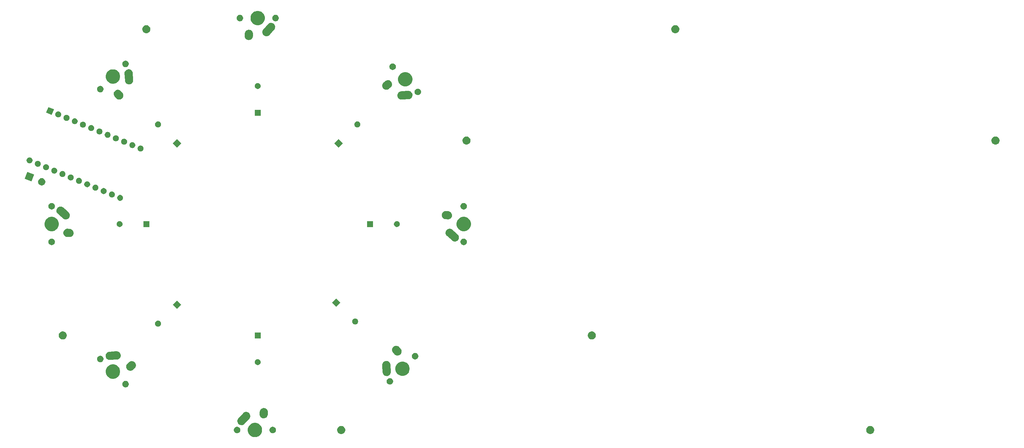
<source format=gbr>
G04 #@! TF.GenerationSoftware,KiCad,Pcbnew,(5.1.5)-3*
G04 #@! TF.CreationDate,2020-04-05T11:07:58-04:00*
G04 #@! TF.ProjectId,OctoPad,4f63746f-5061-4642-9e6b-696361645f70,rev?*
G04 #@! TF.SameCoordinates,Original*
G04 #@! TF.FileFunction,Soldermask,Bot*
G04 #@! TF.FilePolarity,Negative*
%FSLAX46Y46*%
G04 Gerber Fmt 4.6, Leading zero omitted, Abs format (unit mm)*
G04 Created by KiCad (PCBNEW (5.1.5)-3) date 2020-04-05 11:07:58*
%MOMM*%
%LPD*%
G04 APERTURE LIST*
%ADD10C,0.100000*%
G04 APERTURE END LIST*
D10*
G36*
X159346474Y-171071184D02*
G01*
X159564474Y-171161483D01*
X159718623Y-171225333D01*
X160053548Y-171449123D01*
X160338377Y-171733952D01*
X160562167Y-172068877D01*
X160594562Y-172147086D01*
X160716316Y-172441026D01*
X160794900Y-172836094D01*
X160794900Y-173238906D01*
X160716316Y-173633974D01*
X160665451Y-173756772D01*
X160562167Y-174006123D01*
X160338377Y-174341048D01*
X160053548Y-174625877D01*
X159718623Y-174849667D01*
X159564474Y-174913517D01*
X159346474Y-175003816D01*
X158951406Y-175082400D01*
X158548594Y-175082400D01*
X158153526Y-175003816D01*
X157935526Y-174913517D01*
X157781377Y-174849667D01*
X157446452Y-174625877D01*
X157161623Y-174341048D01*
X156937833Y-174006123D01*
X156834549Y-173756772D01*
X156783684Y-173633974D01*
X156705100Y-173238906D01*
X156705100Y-172836094D01*
X156783684Y-172441026D01*
X156905438Y-172147086D01*
X156937833Y-172068877D01*
X157161623Y-171733952D01*
X157446452Y-171449123D01*
X157781377Y-171225333D01*
X157935526Y-171161483D01*
X158153526Y-171071184D01*
X158548594Y-170992600D01*
X158951406Y-170992600D01*
X159346474Y-171071184D01*
G37*
G36*
X334393299Y-171908616D02*
G01*
X334504484Y-171930732D01*
X334713953Y-172017497D01*
X334902470Y-172143460D01*
X335062790Y-172303780D01*
X335188753Y-172492297D01*
X335275518Y-172701766D01*
X335319750Y-172924136D01*
X335319750Y-173150864D01*
X335275518Y-173373234D01*
X335188753Y-173582703D01*
X335062790Y-173771220D01*
X334902470Y-173931540D01*
X334713953Y-174057503D01*
X334504484Y-174144268D01*
X334393299Y-174166384D01*
X334282115Y-174188500D01*
X334055385Y-174188500D01*
X333944201Y-174166384D01*
X333833016Y-174144268D01*
X333623547Y-174057503D01*
X333435030Y-173931540D01*
X333274710Y-173771220D01*
X333148747Y-173582703D01*
X333061982Y-173373234D01*
X333017750Y-173150864D01*
X333017750Y-172924136D01*
X333061982Y-172701766D01*
X333148747Y-172492297D01*
X333274710Y-172303780D01*
X333435030Y-172143460D01*
X333623547Y-172017497D01*
X333833016Y-171930732D01*
X333944201Y-171908616D01*
X334055385Y-171886500D01*
X334282115Y-171886500D01*
X334393299Y-171908616D01*
G37*
G36*
X183580799Y-171908616D02*
G01*
X183691984Y-171930732D01*
X183901453Y-172017497D01*
X184089970Y-172143460D01*
X184250290Y-172303780D01*
X184376253Y-172492297D01*
X184463018Y-172701766D01*
X184507250Y-172924136D01*
X184507250Y-173150864D01*
X184463018Y-173373234D01*
X184376253Y-173582703D01*
X184250290Y-173771220D01*
X184089970Y-173931540D01*
X183901453Y-174057503D01*
X183691984Y-174144268D01*
X183580799Y-174166384D01*
X183469615Y-174188500D01*
X183242885Y-174188500D01*
X183131701Y-174166384D01*
X183020516Y-174144268D01*
X182811047Y-174057503D01*
X182622530Y-173931540D01*
X182462210Y-173771220D01*
X182336247Y-173582703D01*
X182249482Y-173373234D01*
X182205250Y-173150864D01*
X182205250Y-172924136D01*
X182249482Y-172701766D01*
X182336247Y-172492297D01*
X182462210Y-172303780D01*
X182622530Y-172143460D01*
X182811047Y-172017497D01*
X183020516Y-171930732D01*
X183131701Y-171908616D01*
X183242885Y-171886500D01*
X183469615Y-171886500D01*
X183580799Y-171908616D01*
G37*
G36*
X164100104Y-172147085D02*
G01*
X164268626Y-172216889D01*
X164420291Y-172318228D01*
X164549272Y-172447209D01*
X164650611Y-172598874D01*
X164720415Y-172767396D01*
X164756000Y-172946297D01*
X164756000Y-173128703D01*
X164720415Y-173307604D01*
X164650611Y-173476126D01*
X164549272Y-173627791D01*
X164420291Y-173756772D01*
X164268626Y-173858111D01*
X164100104Y-173927915D01*
X163921203Y-173963500D01*
X163738797Y-173963500D01*
X163559896Y-173927915D01*
X163391374Y-173858111D01*
X163239709Y-173756772D01*
X163110728Y-173627791D01*
X163009389Y-173476126D01*
X162939585Y-173307604D01*
X162904000Y-173128703D01*
X162904000Y-172946297D01*
X162939585Y-172767396D01*
X163009389Y-172598874D01*
X163110728Y-172447209D01*
X163239709Y-172318228D01*
X163391374Y-172216889D01*
X163559896Y-172147085D01*
X163738797Y-172111500D01*
X163921203Y-172111500D01*
X164100104Y-172147085D01*
G37*
G36*
X153940104Y-172147085D02*
G01*
X154108626Y-172216889D01*
X154260291Y-172318228D01*
X154389272Y-172447209D01*
X154490611Y-172598874D01*
X154560415Y-172767396D01*
X154596000Y-172946297D01*
X154596000Y-173128703D01*
X154560415Y-173307604D01*
X154490611Y-173476126D01*
X154389272Y-173627791D01*
X154260291Y-173756772D01*
X154108626Y-173858111D01*
X153940104Y-173927915D01*
X153761203Y-173963500D01*
X153578797Y-173963500D01*
X153399896Y-173927915D01*
X153231374Y-173858111D01*
X153079709Y-173756772D01*
X152950728Y-173627791D01*
X152849389Y-173476126D01*
X152779585Y-173307604D01*
X152744000Y-173128703D01*
X152744000Y-172946297D01*
X152779585Y-172767396D01*
X152849389Y-172598874D01*
X152950728Y-172447209D01*
X153079709Y-172318228D01*
X153231374Y-172216889D01*
X153399896Y-172147085D01*
X153578797Y-172111500D01*
X153761203Y-172111500D01*
X153940104Y-172147085D01*
G37*
G36*
X156273205Y-167861381D02*
G01*
X156278645Y-167861500D01*
X156365828Y-167861500D01*
X156382097Y-167864736D01*
X156400956Y-167867015D01*
X156417532Y-167867746D01*
X156502223Y-167888510D01*
X156507518Y-167889684D01*
X156593027Y-167906693D01*
X156608362Y-167913045D01*
X156626401Y-167918955D01*
X156642521Y-167922907D01*
X156721504Y-167959780D01*
X156726494Y-167961977D01*
X156807045Y-167995342D01*
X156820841Y-168004560D01*
X156837393Y-168013882D01*
X156852426Y-168020900D01*
X156922694Y-168072471D01*
X156927192Y-168075622D01*
X156999656Y-168124041D01*
X157011383Y-168135768D01*
X157025809Y-168148148D01*
X157039179Y-168157961D01*
X157039180Y-168157962D01*
X157098021Y-168222233D01*
X157101829Y-168226214D01*
X157163459Y-168287844D01*
X157172674Y-168301635D01*
X157184396Y-168316578D01*
X157195605Y-168328821D01*
X157240799Y-168403374D01*
X157243746Y-168408001D01*
X157292158Y-168480455D01*
X157298505Y-168495777D01*
X157307092Y-168512731D01*
X157315691Y-168526917D01*
X157345478Y-168608868D01*
X157347452Y-168613948D01*
X157380807Y-168694473D01*
X157380807Y-168694474D01*
X157384041Y-168710733D01*
X157389158Y-168729042D01*
X157394825Y-168744634D01*
X157408055Y-168830845D01*
X157409001Y-168836213D01*
X157426000Y-168921673D01*
X157426000Y-168938252D01*
X157427444Y-168957192D01*
X157429963Y-168973604D01*
X157426120Y-169060749D01*
X157426000Y-169066189D01*
X157426000Y-169153325D01*
X157422766Y-169169583D01*
X157420488Y-169188441D01*
X157419756Y-169205031D01*
X157398988Y-169289737D01*
X157397812Y-169295037D01*
X157380807Y-169380527D01*
X157374457Y-169395857D01*
X157368549Y-169413893D01*
X157364595Y-169430020D01*
X157327711Y-169509026D01*
X157325511Y-169514023D01*
X157292158Y-169594545D01*
X157282944Y-169608335D01*
X157273622Y-169624887D01*
X157266602Y-169639924D01*
X157215011Y-169710220D01*
X157211866Y-169714710D01*
X157163461Y-169787154D01*
X157106460Y-169844155D01*
X157101811Y-169849063D01*
X156670311Y-170329970D01*
X155776723Y-171325876D01*
X155648679Y-171443102D01*
X155549631Y-171503145D01*
X155450583Y-171563189D01*
X155232866Y-171642323D01*
X155003895Y-171677461D01*
X154772470Y-171667254D01*
X154547481Y-171612093D01*
X154442727Y-171563189D01*
X154337579Y-171514102D01*
X154240838Y-171443102D01*
X154150823Y-171377039D01*
X154076394Y-171295741D01*
X153994398Y-171206179D01*
X153912564Y-171071185D01*
X153874311Y-171008083D01*
X153795177Y-170790366D01*
X153760039Y-170561395D01*
X153770246Y-170329970D01*
X153825407Y-170104981D01*
X153876972Y-169994528D01*
X153923398Y-169895080D01*
X153923400Y-169895077D01*
X154026114Y-169755122D01*
X154781245Y-168913527D01*
X155312787Y-168321121D01*
X155323681Y-168307089D01*
X155336539Y-168287846D01*
X155393573Y-168230812D01*
X155398223Y-168225903D01*
X155413278Y-168209124D01*
X155434701Y-168189511D01*
X155438682Y-168185703D01*
X155500346Y-168124039D01*
X155514143Y-168114820D01*
X155529102Y-168103085D01*
X155541321Y-168091898D01*
X155573385Y-168072461D01*
X155615830Y-168046731D01*
X155620421Y-168043808D01*
X155692955Y-167995342D01*
X155708300Y-167988986D01*
X155725248Y-167980401D01*
X155739416Y-167971812D01*
X155739417Y-167971812D01*
X155739418Y-167971811D01*
X155821312Y-167942045D01*
X155826410Y-167940063D01*
X155906973Y-167906693D01*
X155923252Y-167903455D01*
X155941542Y-167898344D01*
X155957135Y-167892677D01*
X156043300Y-167879454D01*
X156048663Y-167878509D01*
X156134173Y-167861500D01*
X156150766Y-167861500D01*
X156169709Y-167860055D01*
X156186106Y-167857539D01*
X156273205Y-167861381D01*
G37*
G36*
X161378127Y-166779761D02*
G01*
X161398900Y-166781500D01*
X161405827Y-166781500D01*
X161500754Y-166800382D01*
X161504348Y-166801042D01*
X161599730Y-166817124D01*
X161606203Y-166819585D01*
X161626228Y-166825341D01*
X161633027Y-166826693D01*
X161695414Y-166852534D01*
X161722443Y-166863730D01*
X161725844Y-166865081D01*
X161816255Y-166899461D01*
X161822127Y-166903140D01*
X161840636Y-166912687D01*
X161847045Y-166915342D01*
X161927563Y-166969142D01*
X161930554Y-166971078D01*
X162012557Y-167022459D01*
X162017584Y-167027200D01*
X162033896Y-167040191D01*
X162039652Y-167044037D01*
X162108110Y-167112495D01*
X162110689Y-167114999D01*
X162181090Y-167181389D01*
X162185095Y-167187019D01*
X162198559Y-167202944D01*
X162203459Y-167207844D01*
X162257244Y-167288339D01*
X162259291Y-167291307D01*
X162315380Y-167370145D01*
X162318214Y-167376458D01*
X162328308Y-167394693D01*
X162332158Y-167400455D01*
X162369220Y-167489930D01*
X162370624Y-167493185D01*
X162410265Y-167581473D01*
X162411815Y-167588225D01*
X162418152Y-167608062D01*
X162420807Y-167614473D01*
X162439692Y-167709417D01*
X162440438Y-167712901D01*
X162462098Y-167807251D01*
X162462098Y-167807254D01*
X162462300Y-167814154D01*
X162464647Y-167834870D01*
X162466000Y-167841674D01*
X162466000Y-167938486D01*
X162466053Y-167942084D01*
X162467188Y-167980777D01*
X162466295Y-167993725D01*
X162466000Y-168002297D01*
X162466000Y-168073326D01*
X162460081Y-168103085D01*
X162459604Y-168105479D01*
X162457500Y-168121250D01*
X162419238Y-168676045D01*
X162390376Y-168847230D01*
X162308038Y-169063755D01*
X162185041Y-169260057D01*
X162026111Y-169428590D01*
X161837355Y-169562880D01*
X161626027Y-169657765D01*
X161400249Y-169709598D01*
X161168698Y-169716389D01*
X161168697Y-169716389D01*
X161123012Y-169708686D01*
X160940270Y-169677876D01*
X160723745Y-169595538D01*
X160527443Y-169472541D01*
X160358910Y-169313611D01*
X160224620Y-169124855D01*
X160129735Y-168913527D01*
X160077902Y-168687749D01*
X160072812Y-168514223D01*
X160113704Y-167921294D01*
X160114000Y-167912696D01*
X160114000Y-167841675D01*
X160132882Y-167746750D01*
X160133544Y-167743145D01*
X160139231Y-167709417D01*
X160149624Y-167647770D01*
X160152085Y-167641299D01*
X160157842Y-167621267D01*
X160159193Y-167614474D01*
X160161843Y-167608076D01*
X160196264Y-167524976D01*
X160197553Y-167521730D01*
X160231962Y-167431245D01*
X160235636Y-167425381D01*
X160245187Y-167406865D01*
X160247842Y-167400455D01*
X160301657Y-167319915D01*
X160303577Y-167316949D01*
X160354959Y-167234943D01*
X160359711Y-167229904D01*
X160372689Y-167213607D01*
X160376537Y-167207848D01*
X160444993Y-167139392D01*
X160447546Y-167136762D01*
X160468023Y-167115048D01*
X160513889Y-167066410D01*
X160519521Y-167062403D01*
X160535447Y-167048938D01*
X160540346Y-167044039D01*
X160620824Y-166990266D01*
X160623806Y-166988210D01*
X160702645Y-166932120D01*
X160708955Y-166929287D01*
X160727194Y-166919191D01*
X160732951Y-166915344D01*
X160732954Y-166915343D01*
X160732955Y-166915342D01*
X160822429Y-166878281D01*
X160825687Y-166876875D01*
X160913973Y-166837235D01*
X160920725Y-166835685D01*
X160940562Y-166829348D01*
X160946973Y-166826693D01*
X161041899Y-166807811D01*
X161045446Y-166807051D01*
X161139751Y-166785401D01*
X161142130Y-166785331D01*
X161146665Y-166785198D01*
X161167381Y-166782851D01*
X161174174Y-166781500D01*
X161270959Y-166781500D01*
X161274584Y-166781447D01*
X161371302Y-166778610D01*
X161378127Y-166779761D01*
G37*
G36*
X122130956Y-159070437D02*
G01*
X122299478Y-159140241D01*
X122451143Y-159241580D01*
X122580124Y-159370561D01*
X122681463Y-159522226D01*
X122751267Y-159690748D01*
X122786852Y-159869649D01*
X122786852Y-160052055D01*
X122751267Y-160230956D01*
X122681463Y-160399478D01*
X122580124Y-160551143D01*
X122451143Y-160680124D01*
X122299478Y-160781463D01*
X122130956Y-160851267D01*
X121952055Y-160886852D01*
X121769649Y-160886852D01*
X121590748Y-160851267D01*
X121422226Y-160781463D01*
X121270561Y-160680124D01*
X121141580Y-160551143D01*
X121040241Y-160399478D01*
X120970437Y-160230956D01*
X120934852Y-160052055D01*
X120934852Y-159869649D01*
X120970437Y-159690748D01*
X121040241Y-159522226D01*
X121141580Y-159370561D01*
X121270561Y-159241580D01*
X121422226Y-159140241D01*
X121590748Y-159070437D01*
X121769649Y-159034852D01*
X121952055Y-159034852D01*
X122130956Y-159070437D01*
G37*
G36*
X197496752Y-158276687D02*
G01*
X197665274Y-158346491D01*
X197816939Y-158447830D01*
X197945920Y-158576811D01*
X198047259Y-158728476D01*
X198117063Y-158896998D01*
X198152648Y-159075899D01*
X198152648Y-159258305D01*
X198117063Y-159437206D01*
X198047259Y-159605728D01*
X197945920Y-159757393D01*
X197816939Y-159886374D01*
X197665274Y-159987713D01*
X197496752Y-160057517D01*
X197317851Y-160093102D01*
X197135445Y-160093102D01*
X196956544Y-160057517D01*
X196788022Y-159987713D01*
X196636357Y-159886374D01*
X196507376Y-159757393D01*
X196406037Y-159605728D01*
X196336233Y-159437206D01*
X196300648Y-159258305D01*
X196300648Y-159075899D01*
X196336233Y-158896998D01*
X196406037Y-158728476D01*
X196507376Y-158576811D01*
X196636357Y-158447830D01*
X196788022Y-158346491D01*
X196956544Y-158276687D01*
X197135445Y-158241102D01*
X197317851Y-158241102D01*
X197496752Y-158276687D01*
G37*
G36*
X118865224Y-154402434D02*
G01*
X119072510Y-154488295D01*
X119237373Y-154556583D01*
X119572298Y-154780373D01*
X119857127Y-155065202D01*
X120080917Y-155400127D01*
X120095742Y-155435918D01*
X120235066Y-155772276D01*
X120313650Y-156167344D01*
X120313650Y-156570156D01*
X120235066Y-156965224D01*
X120189409Y-157075450D01*
X120080917Y-157337373D01*
X119857127Y-157672298D01*
X119572298Y-157957127D01*
X119237373Y-158180917D01*
X119092073Y-158241102D01*
X118865224Y-158335066D01*
X118470156Y-158413650D01*
X118067344Y-158413650D01*
X117672276Y-158335066D01*
X117445427Y-158241102D01*
X117300127Y-158180917D01*
X116965202Y-157957127D01*
X116680373Y-157672298D01*
X116456583Y-157337373D01*
X116348091Y-157075450D01*
X116302434Y-156965224D01*
X116223850Y-156570156D01*
X116223850Y-156167344D01*
X116302434Y-155772276D01*
X116441758Y-155435918D01*
X116456583Y-155400127D01*
X116680373Y-155065202D01*
X116965202Y-154780373D01*
X117300127Y-154556583D01*
X117464990Y-154488295D01*
X117672276Y-154402434D01*
X118067344Y-154323850D01*
X118470156Y-154323850D01*
X118865224Y-154402434D01*
G37*
G36*
X196245745Y-153338220D02*
G01*
X196251202Y-153338340D01*
X196338384Y-153338340D01*
X196354653Y-153341576D01*
X196373524Y-153343856D01*
X196390088Y-153344587D01*
X196474752Y-153365344D01*
X196480074Y-153366524D01*
X196565583Y-153383533D01*
X196580918Y-153389885D01*
X196598958Y-153395795D01*
X196615077Y-153399747D01*
X196694058Y-153436619D01*
X196699046Y-153438815D01*
X196779601Y-153472182D01*
X196793403Y-153481404D01*
X196809952Y-153490723D01*
X196824982Y-153497740D01*
X196895244Y-153549307D01*
X196899744Y-153552459D01*
X196972210Y-153600879D01*
X196983937Y-153612606D01*
X196998367Y-153624990D01*
X197011735Y-153634801D01*
X197070598Y-153699095D01*
X197074388Y-153703057D01*
X197136017Y-153764686D01*
X197145230Y-153778474D01*
X197156957Y-153793424D01*
X197168161Y-153805662D01*
X197213368Y-153880235D01*
X197216295Y-153884831D01*
X197264714Y-153957295D01*
X197271058Y-153972612D01*
X197279646Y-153989567D01*
X197288248Y-154003757D01*
X197318047Y-154085744D01*
X197320004Y-154090777D01*
X197353363Y-154171313D01*
X197353363Y-154171315D01*
X197356597Y-154187573D01*
X197361709Y-154205868D01*
X197367381Y-154221474D01*
X197380611Y-154307685D01*
X197381556Y-154313047D01*
X197388271Y-154346810D01*
X197398556Y-154398514D01*
X197398556Y-154479110D01*
X197398739Y-154485869D01*
X197506025Y-156467112D01*
X197506025Y-156467124D01*
X197498375Y-156640557D01*
X197443215Y-156865546D01*
X197345222Y-157075450D01*
X197280691Y-157163377D01*
X197208164Y-157262200D01*
X197208161Y-157262203D01*
X197037300Y-157418629D01*
X196839205Y-157538716D01*
X196704662Y-157587618D01*
X196621492Y-157617848D01*
X196621490Y-157617848D01*
X196621488Y-157617849D01*
X196392517Y-157652987D01*
X196161092Y-157642780D01*
X195936103Y-157587620D01*
X195726198Y-157489626D01*
X195539445Y-157352566D01*
X195383019Y-157181705D01*
X195262932Y-156983609D01*
X195183799Y-156765892D01*
X195157467Y-156594300D01*
X195157466Y-156594287D01*
X195053291Y-154670498D01*
X195051072Y-154652871D01*
X195046556Y-154630167D01*
X195046556Y-154549499D01*
X195046373Y-154542740D01*
X195045155Y-154520254D01*
X195045155Y-154520241D01*
X195046436Y-154491203D01*
X195046556Y-154485734D01*
X195046556Y-154398515D01*
X195049795Y-154382232D01*
X195052075Y-154363361D01*
X195052805Y-154346810D01*
X195073544Y-154262218D01*
X195074731Y-154256869D01*
X195081414Y-154223269D01*
X195091749Y-154171313D01*
X195098106Y-154155966D01*
X195104021Y-154137909D01*
X195107965Y-154121821D01*
X195144815Y-154042886D01*
X195147005Y-154037913D01*
X195180398Y-153957295D01*
X195189630Y-153943479D01*
X195198945Y-153926937D01*
X195205958Y-153911916D01*
X195257512Y-153841671D01*
X195260640Y-153837205D01*
X195309095Y-153764686D01*
X195320835Y-153752946D01*
X195333219Y-153738516D01*
X195343018Y-153725164D01*
X195353762Y-153715328D01*
X195407267Y-153666343D01*
X195411227Y-153662554D01*
X195472899Y-153600882D01*
X195478321Y-153597259D01*
X195486709Y-153591654D01*
X195501659Y-153579925D01*
X195513880Y-153568737D01*
X195588387Y-153523570D01*
X195592969Y-153520653D01*
X195665511Y-153472182D01*
X195680851Y-153465828D01*
X195697794Y-153457246D01*
X195711975Y-153448650D01*
X195793892Y-153418876D01*
X195798953Y-153416909D01*
X195879529Y-153383533D01*
X195895811Y-153380294D01*
X195914100Y-153375184D01*
X195929692Y-153369517D01*
X196015862Y-153356293D01*
X196021198Y-153355353D01*
X196106730Y-153338340D01*
X196123323Y-153338340D01*
X196142266Y-153336895D01*
X196158663Y-153334379D01*
X196245745Y-153338220D01*
G37*
G36*
X201415224Y-153608684D02*
G01*
X201556163Y-153667063D01*
X201787373Y-153762833D01*
X202122298Y-153986623D01*
X202407127Y-154271452D01*
X202630917Y-154606377D01*
X202664944Y-154688526D01*
X202785066Y-154978526D01*
X202863650Y-155373594D01*
X202863650Y-155776406D01*
X202785066Y-156171474D01*
X202694767Y-156389474D01*
X202630917Y-156543623D01*
X202407127Y-156878548D01*
X202122298Y-157163377D01*
X201787373Y-157387167D01*
X201633224Y-157451017D01*
X201415224Y-157541316D01*
X201020156Y-157619900D01*
X200617344Y-157619900D01*
X200222276Y-157541316D01*
X200004276Y-157451017D01*
X199850127Y-157387167D01*
X199515202Y-157163377D01*
X199230373Y-156878548D01*
X199006583Y-156543623D01*
X198942733Y-156389474D01*
X198852434Y-156171474D01*
X198773850Y-155776406D01*
X198773850Y-155373594D01*
X198852434Y-154978526D01*
X198972556Y-154688526D01*
X199006583Y-154606377D01*
X199230373Y-154271452D01*
X199515202Y-153986623D01*
X199850127Y-153762833D01*
X200081337Y-153667063D01*
X200222276Y-153608684D01*
X200617344Y-153530100D01*
X201020156Y-153530100D01*
X201415224Y-153608684D01*
G37*
G36*
X123745026Y-153394959D02*
G01*
X123765808Y-153396699D01*
X123772731Y-153396699D01*
X123867633Y-153415576D01*
X123871237Y-153416238D01*
X123966632Y-153432322D01*
X123973100Y-153434782D01*
X123993137Y-153440541D01*
X123999931Y-153441892D01*
X124089364Y-153478936D01*
X124092690Y-153480257D01*
X124183157Y-153514659D01*
X124183161Y-153514661D01*
X124189021Y-153518333D01*
X124207550Y-153527890D01*
X124213949Y-153530541D01*
X124246751Y-153552459D01*
X124294429Y-153584316D01*
X124297488Y-153586296D01*
X124379459Y-153637657D01*
X124384485Y-153642397D01*
X124400797Y-153655388D01*
X124406556Y-153659236D01*
X124475020Y-153727700D01*
X124477612Y-153730216D01*
X124547993Y-153796586D01*
X124552005Y-153802225D01*
X124565462Y-153818142D01*
X124570363Y-153823043D01*
X124611649Y-153884831D01*
X124624146Y-153903535D01*
X124626180Y-153906486D01*
X124682282Y-153985342D01*
X124682284Y-153985347D01*
X124685114Y-153991649D01*
X124695211Y-154009890D01*
X124699060Y-154015650D01*
X124699061Y-154015653D01*
X124699062Y-154015654D01*
X124736128Y-154105139D01*
X124737537Y-154108404D01*
X124777168Y-154196670D01*
X124778718Y-154203423D01*
X124785055Y-154223261D01*
X124787711Y-154229672D01*
X124803218Y-154307630D01*
X124806602Y-154324644D01*
X124807341Y-154328098D01*
X124829002Y-154422448D01*
X124829205Y-154429364D01*
X124831550Y-154450067D01*
X124832904Y-154456873D01*
X124832904Y-154553705D01*
X124832957Y-154557300D01*
X124835793Y-154654000D01*
X124834643Y-154660819D01*
X124832904Y-154681592D01*
X124832904Y-154688526D01*
X124814014Y-154783492D01*
X124813357Y-154787069D01*
X124797279Y-154882428D01*
X124794820Y-154888893D01*
X124789066Y-154908914D01*
X124787711Y-154915726D01*
X124750638Y-155005229D01*
X124749329Y-155008524D01*
X124714942Y-155098952D01*
X124714940Y-155098955D01*
X124711275Y-155104804D01*
X124701720Y-155123328D01*
X124699062Y-155129744D01*
X124645228Y-155210312D01*
X124643306Y-155213283D01*
X124591945Y-155295254D01*
X124587202Y-155300284D01*
X124574217Y-155316588D01*
X124570365Y-155322353D01*
X124501871Y-155390847D01*
X124499318Y-155393477D01*
X124472841Y-155421554D01*
X124463091Y-155430046D01*
X124456800Y-155435918D01*
X124406560Y-155486158D01*
X124379292Y-155504378D01*
X124366641Y-155514052D01*
X123947316Y-155879271D01*
X123947311Y-155879275D01*
X123947307Y-155879278D01*
X123805853Y-155979915D01*
X123594525Y-156074800D01*
X123368746Y-156126634D01*
X123137196Y-156133425D01*
X123137195Y-156133425D01*
X123091510Y-156125722D01*
X122908768Y-156094912D01*
X122692243Y-156012575D01*
X122495941Y-155889577D01*
X122327407Y-155730647D01*
X122193118Y-155541892D01*
X122098233Y-155330564D01*
X122046399Y-155104785D01*
X122039608Y-154873235D01*
X122078121Y-154644807D01*
X122160458Y-154428282D01*
X122283456Y-154231980D01*
X122372173Y-154137902D01*
X122402564Y-154105674D01*
X122850740Y-153715328D01*
X122857031Y-153709457D01*
X122907250Y-153659238D01*
X122970905Y-153616705D01*
X122987718Y-153605471D01*
X122990675Y-153603432D01*
X123069548Y-153547319D01*
X123075864Y-153544483D01*
X123094105Y-153534386D01*
X123099859Y-153530541D01*
X123189319Y-153493486D01*
X123192549Y-153492092D01*
X123280874Y-153452434D01*
X123287625Y-153450884D01*
X123307482Y-153444541D01*
X123313876Y-153441892D01*
X123348691Y-153434967D01*
X123408802Y-153423010D01*
X123412308Y-153422259D01*
X123506653Y-153400599D01*
X123513579Y-153400396D01*
X123534285Y-153398050D01*
X123541078Y-153396699D01*
X123637841Y-153396699D01*
X123641478Y-153396645D01*
X123738205Y-153393809D01*
X123745026Y-153394959D01*
G37*
G36*
X159791978Y-152851703D02*
G01*
X159946850Y-152915853D01*
X160086231Y-153008985D01*
X160204765Y-153127519D01*
X160297897Y-153266900D01*
X160362047Y-153421772D01*
X160394750Y-153586184D01*
X160394750Y-153753816D01*
X160362047Y-153918228D01*
X160297897Y-154073100D01*
X160204765Y-154212481D01*
X160086231Y-154331015D01*
X159946850Y-154424147D01*
X159791978Y-154488297D01*
X159627566Y-154521000D01*
X159459934Y-154521000D01*
X159295522Y-154488297D01*
X159140650Y-154424147D01*
X159001269Y-154331015D01*
X158882735Y-154212481D01*
X158789603Y-154073100D01*
X158725453Y-153918228D01*
X158692750Y-153753816D01*
X158692750Y-153586184D01*
X158725453Y-153421772D01*
X158789603Y-153266900D01*
X158882735Y-153127519D01*
X159001269Y-153008985D01*
X159140650Y-152915853D01*
X159295522Y-152851703D01*
X159459934Y-152819000D01*
X159627566Y-152819000D01*
X159791978Y-152851703D01*
G37*
G36*
X114946752Y-151886233D02*
G01*
X115115274Y-151956037D01*
X115266939Y-152057376D01*
X115395920Y-152186357D01*
X115497259Y-152338022D01*
X115567063Y-152506544D01*
X115602648Y-152685445D01*
X115602648Y-152867851D01*
X115567063Y-153046752D01*
X115497259Y-153215274D01*
X115395920Y-153366939D01*
X115266939Y-153495920D01*
X115115274Y-153597259D01*
X114946752Y-153667063D01*
X114767851Y-153702648D01*
X114585445Y-153702648D01*
X114406544Y-153667063D01*
X114238022Y-153597259D01*
X114086357Y-153495920D01*
X113957376Y-153366939D01*
X113856037Y-153215274D01*
X113786233Y-153046752D01*
X113750648Y-152867851D01*
X113750648Y-152685445D01*
X113786233Y-152506544D01*
X113856037Y-152338022D01*
X113957376Y-152186357D01*
X114086357Y-152057376D01*
X114238022Y-151956037D01*
X114406544Y-151886233D01*
X114585445Y-151850648D01*
X114767851Y-151850648D01*
X114946752Y-151886233D01*
G37*
G36*
X119352545Y-150596436D02*
G01*
X119358017Y-150596556D01*
X119445236Y-150596556D01*
X119461522Y-150599795D01*
X119480389Y-150602075D01*
X119496941Y-150602805D01*
X119581528Y-150623543D01*
X119586887Y-150624732D01*
X119672437Y-150641749D01*
X119687792Y-150648109D01*
X119705830Y-150654018D01*
X119721930Y-150657965D01*
X119800851Y-150694809D01*
X119805845Y-150697008D01*
X119886455Y-150730398D01*
X119900271Y-150739630D01*
X119916812Y-150748945D01*
X119931834Y-150755958D01*
X120002079Y-150807512D01*
X120006545Y-150810640D01*
X120079064Y-150859095D01*
X120090804Y-150870835D01*
X120105234Y-150883219D01*
X120118587Y-150893019D01*
X120177407Y-150957267D01*
X120181196Y-150961227D01*
X120242869Y-151022900D01*
X120252096Y-151036709D01*
X120263825Y-151051659D01*
X120275013Y-151063880D01*
X120320180Y-151138387D01*
X120323097Y-151142969D01*
X120371568Y-151215511D01*
X120377922Y-151230851D01*
X120386504Y-151247794D01*
X120395100Y-151261975D01*
X120415337Y-151317653D01*
X120424856Y-151343843D01*
X120426840Y-151348949D01*
X120460217Y-151429529D01*
X120462537Y-151441191D01*
X120463453Y-151445800D01*
X120468568Y-151464105D01*
X120474233Y-151479692D01*
X120487452Y-151565831D01*
X120488403Y-151571229D01*
X120505410Y-151656729D01*
X120505410Y-151673322D01*
X120506855Y-151692267D01*
X120509371Y-151708663D01*
X120505530Y-151795753D01*
X120505410Y-151801210D01*
X120505410Y-151888384D01*
X120502175Y-151904648D01*
X120499895Y-151923518D01*
X120499164Y-151940088D01*
X120478408Y-152024748D01*
X120477220Y-152030103D01*
X120460217Y-152115583D01*
X120453867Y-152130914D01*
X120447957Y-152148955D01*
X120444004Y-152165077D01*
X120407126Y-152244071D01*
X120404930Y-152249057D01*
X120371568Y-152329601D01*
X120362346Y-152343403D01*
X120353031Y-152359944D01*
X120346010Y-152374982D01*
X120294436Y-152445255D01*
X120291291Y-152449744D01*
X120242871Y-152522210D01*
X120231144Y-152533937D01*
X120218766Y-152548360D01*
X120208950Y-152561735D01*
X120144637Y-152620615D01*
X120140689Y-152624392D01*
X120079064Y-152686017D01*
X120065279Y-152695228D01*
X120050330Y-152706954D01*
X120038089Y-152718161D01*
X119963509Y-152763372D01*
X119958913Y-152766299D01*
X119886455Y-152814714D01*
X119871127Y-152821063D01*
X119854188Y-152829643D01*
X119839993Y-152838248D01*
X119758000Y-152868050D01*
X119752980Y-152870001D01*
X119672437Y-152903363D01*
X119656173Y-152906598D01*
X119637869Y-152911713D01*
X119622276Y-152917381D01*
X119536065Y-152930611D01*
X119530718Y-152931553D01*
X119445236Y-152948556D01*
X119364640Y-152948556D01*
X119357881Y-152948739D01*
X117376638Y-153056025D01*
X117376625Y-153056025D01*
X117203194Y-153048375D01*
X116978205Y-152993215D01*
X116768300Y-152895222D01*
X116592635Y-152766299D01*
X116581550Y-152758164D01*
X116581547Y-152758161D01*
X116425121Y-152587300D01*
X116305034Y-152389205D01*
X116225901Y-152171488D01*
X116190763Y-151942517D01*
X116200971Y-151711092D01*
X116256131Y-151486103D01*
X116354124Y-151276198D01*
X116455294Y-151138348D01*
X116491182Y-151089448D01*
X116491185Y-151089445D01*
X116662046Y-150933019D01*
X116860141Y-150812932D01*
X117077858Y-150733799D01*
X117249450Y-150707467D01*
X117249460Y-150707466D01*
X117249463Y-150707466D01*
X119173252Y-150603291D01*
X119190879Y-150601072D01*
X119213583Y-150596556D01*
X119294251Y-150596556D01*
X119301010Y-150596373D01*
X119323496Y-150595155D01*
X119323508Y-150595155D01*
X119352545Y-150596436D01*
G37*
G36*
X204680956Y-151092483D02*
G01*
X204849478Y-151162287D01*
X205001143Y-151263626D01*
X205130124Y-151392607D01*
X205231463Y-151544272D01*
X205301267Y-151712794D01*
X205336852Y-151891695D01*
X205336852Y-152074101D01*
X205301267Y-152253002D01*
X205231463Y-152421524D01*
X205130124Y-152573189D01*
X205001143Y-152702170D01*
X204849478Y-152803509D01*
X204680956Y-152873313D01*
X204502055Y-152908898D01*
X204319649Y-152908898D01*
X204140748Y-152873313D01*
X203972226Y-152803509D01*
X203820561Y-152702170D01*
X203691580Y-152573189D01*
X203590241Y-152421524D01*
X203520437Y-152253002D01*
X203484852Y-152074101D01*
X203484852Y-151891695D01*
X203520437Y-151712794D01*
X203590241Y-151544272D01*
X203691580Y-151392607D01*
X203820561Y-151263626D01*
X203972226Y-151162287D01*
X204140748Y-151092483D01*
X204319649Y-151056898D01*
X204502055Y-151056898D01*
X204680956Y-151092483D01*
G37*
G36*
X199110809Y-149009106D02*
G01*
X199131591Y-149010846D01*
X199138526Y-149010846D01*
X199233497Y-149029737D01*
X199237101Y-149030399D01*
X199332428Y-149046471D01*
X199338883Y-149048926D01*
X199358918Y-149054685D01*
X199365726Y-149056039D01*
X199455231Y-149093113D01*
X199458566Y-149094437D01*
X199548952Y-149128808D01*
X199554816Y-149132483D01*
X199573323Y-149142029D01*
X199579744Y-149144688D01*
X199579747Y-149144690D01*
X199660283Y-149198502D01*
X199663340Y-149200481D01*
X199745254Y-149251806D01*
X199750277Y-149256543D01*
X199766588Y-149269533D01*
X199772353Y-149273385D01*
X199840847Y-149341879D01*
X199843477Y-149344432D01*
X199871554Y-149370909D01*
X199880046Y-149380659D01*
X199885918Y-149386950D01*
X199936158Y-149437190D01*
X199954378Y-149464458D01*
X199964052Y-149477109D01*
X200329273Y-149896437D01*
X200329278Y-149896443D01*
X200429915Y-150037898D01*
X200524800Y-150249224D01*
X200576635Y-150475003D01*
X200583425Y-150706555D01*
X200544912Y-150934982D01*
X200462575Y-151151507D01*
X200339577Y-151347809D01*
X200180648Y-151516343D01*
X199991892Y-151650632D01*
X199780564Y-151745518D01*
X199554786Y-151797352D01*
X199323234Y-151804143D01*
X199094806Y-151765629D01*
X198878282Y-151683292D01*
X198681980Y-151560295D01*
X198560567Y-151445800D01*
X198555674Y-151441186D01*
X198165322Y-150993004D01*
X198159451Y-150986713D01*
X198109240Y-150936502D01*
X198095312Y-150915657D01*
X198055478Y-150856041D01*
X198053423Y-150853063D01*
X197997319Y-150774203D01*
X197994481Y-150767882D01*
X197984386Y-150749645D01*
X197980542Y-150743893D01*
X197976361Y-150733799D01*
X197943499Y-150654463D01*
X197942058Y-150651125D01*
X197902434Y-150562875D01*
X197900883Y-150556120D01*
X197894544Y-150536276D01*
X197891892Y-150529873D01*
X197873013Y-150434962D01*
X197872246Y-150431380D01*
X197850600Y-150337096D01*
X197850397Y-150330181D01*
X197848050Y-150309463D01*
X197846699Y-150302671D01*
X197846699Y-150205909D01*
X197846645Y-150202244D01*
X197843809Y-150105545D01*
X197844959Y-150098724D01*
X197846699Y-150077942D01*
X197846699Y-150071019D01*
X197865577Y-149976114D01*
X197866239Y-149972510D01*
X197882322Y-149877119D01*
X197884782Y-149870650D01*
X197890541Y-149850613D01*
X197891892Y-149843819D01*
X197928952Y-149754347D01*
X197930243Y-149751099D01*
X197964659Y-149660593D01*
X197968341Y-149654717D01*
X197977884Y-149636215D01*
X197980541Y-149629801D01*
X198000551Y-149599854D01*
X198034323Y-149549310D01*
X198036314Y-149546234D01*
X198079626Y-149477109D01*
X198087657Y-149464291D01*
X198092399Y-149459262D01*
X198105388Y-149442953D01*
X198109236Y-149437194D01*
X198177700Y-149368730D01*
X198180253Y-149366100D01*
X198203094Y-149341879D01*
X198246587Y-149295757D01*
X198252220Y-149291749D01*
X198268142Y-149278288D01*
X198273043Y-149273387D01*
X198353544Y-149219598D01*
X198356521Y-149217545D01*
X198435342Y-149161468D01*
X198441659Y-149158632D01*
X198459891Y-149148539D01*
X198465654Y-149144688D01*
X198555175Y-149107607D01*
X198558402Y-149106215D01*
X198646670Y-149066583D01*
X198653408Y-149065036D01*
X198673265Y-149058693D01*
X198679672Y-149056039D01*
X198760855Y-149039891D01*
X198774648Y-149037147D01*
X198778208Y-149036385D01*
X198872449Y-149014749D01*
X198879352Y-149014547D01*
X198900067Y-149012200D01*
X198906873Y-149010846D01*
X199003704Y-149010846D01*
X199007369Y-149010792D01*
X199026073Y-149010243D01*
X199103999Y-149007958D01*
X199104000Y-149007958D01*
X199110809Y-149009106D01*
G37*
G36*
X104205799Y-144921116D02*
G01*
X104316984Y-144943232D01*
X104526453Y-145029997D01*
X104714970Y-145155960D01*
X104875290Y-145316280D01*
X105001253Y-145504797D01*
X105088018Y-145714266D01*
X105132250Y-145936636D01*
X105132250Y-146163364D01*
X105088018Y-146385734D01*
X105001253Y-146595203D01*
X104875290Y-146783720D01*
X104714970Y-146944040D01*
X104526453Y-147070003D01*
X104316984Y-147156768D01*
X104205799Y-147178884D01*
X104094615Y-147201000D01*
X103867885Y-147201000D01*
X103756701Y-147178884D01*
X103645516Y-147156768D01*
X103436047Y-147070003D01*
X103247530Y-146944040D01*
X103087210Y-146783720D01*
X102961247Y-146595203D01*
X102874482Y-146385734D01*
X102830250Y-146163364D01*
X102830250Y-145936636D01*
X102874482Y-145714266D01*
X102961247Y-145504797D01*
X103087210Y-145316280D01*
X103247530Y-145155960D01*
X103436047Y-145029997D01*
X103645516Y-144943232D01*
X103756701Y-144921116D01*
X103867885Y-144899000D01*
X104094615Y-144899000D01*
X104205799Y-144921116D01*
G37*
G36*
X255018299Y-144921116D02*
G01*
X255129484Y-144943232D01*
X255338953Y-145029997D01*
X255527470Y-145155960D01*
X255687790Y-145316280D01*
X255813753Y-145504797D01*
X255900518Y-145714266D01*
X255944750Y-145936636D01*
X255944750Y-146163364D01*
X255900518Y-146385734D01*
X255813753Y-146595203D01*
X255687790Y-146783720D01*
X255527470Y-146944040D01*
X255338953Y-147070003D01*
X255129484Y-147156768D01*
X255018299Y-147178884D01*
X254907115Y-147201000D01*
X254680385Y-147201000D01*
X254569201Y-147178884D01*
X254458016Y-147156768D01*
X254248547Y-147070003D01*
X254060030Y-146944040D01*
X253899710Y-146783720D01*
X253773747Y-146595203D01*
X253686982Y-146385734D01*
X253642750Y-146163364D01*
X253642750Y-145936636D01*
X253686982Y-145714266D01*
X253773747Y-145504797D01*
X253899710Y-145316280D01*
X254060030Y-145155960D01*
X254248547Y-145029997D01*
X254458016Y-144943232D01*
X254569201Y-144921116D01*
X254680385Y-144899000D01*
X254907115Y-144899000D01*
X255018299Y-144921116D01*
G37*
G36*
X160394750Y-146901000D02*
G01*
X158692750Y-146901000D01*
X158692750Y-145199000D01*
X160394750Y-145199000D01*
X160394750Y-146901000D01*
G37*
G36*
X131385074Y-141888607D02*
G01*
X131539946Y-141952757D01*
X131679327Y-142045889D01*
X131797861Y-142164423D01*
X131890993Y-142303804D01*
X131955143Y-142458676D01*
X131987846Y-142623088D01*
X131987846Y-142790720D01*
X131955143Y-142955132D01*
X131890993Y-143110004D01*
X131797861Y-143249385D01*
X131679327Y-143367919D01*
X131539946Y-143461051D01*
X131385074Y-143525201D01*
X131220662Y-143557904D01*
X131053030Y-143557904D01*
X130888618Y-143525201D01*
X130733746Y-143461051D01*
X130594365Y-143367919D01*
X130475831Y-143249385D01*
X130382699Y-143110004D01*
X130318549Y-142955132D01*
X130285846Y-142790720D01*
X130285846Y-142623088D01*
X130318549Y-142458676D01*
X130382699Y-142303804D01*
X130475831Y-142164423D01*
X130594365Y-142045889D01*
X130733746Y-141952757D01*
X130888618Y-141888607D01*
X131053030Y-141855904D01*
X131220662Y-141855904D01*
X131385074Y-141888607D01*
G37*
G36*
X187573228Y-141262953D02*
G01*
X187728100Y-141327103D01*
X187867481Y-141420235D01*
X187986015Y-141538769D01*
X188079147Y-141678150D01*
X188143297Y-141833022D01*
X188176000Y-141997434D01*
X188176000Y-142165066D01*
X188143297Y-142329478D01*
X188079147Y-142484350D01*
X187986015Y-142623731D01*
X187867481Y-142742265D01*
X187728100Y-142835397D01*
X187573228Y-142899547D01*
X187408816Y-142932250D01*
X187241184Y-142932250D01*
X187076772Y-142899547D01*
X186921900Y-142835397D01*
X186782519Y-142742265D01*
X186663985Y-142623731D01*
X186570853Y-142484350D01*
X186506703Y-142329478D01*
X186474000Y-142165066D01*
X186474000Y-141997434D01*
X186506703Y-141833022D01*
X186570853Y-141678150D01*
X186663985Y-141538769D01*
X186782519Y-141420235D01*
X186921900Y-141327103D01*
X187076772Y-141262953D01*
X187241184Y-141230250D01*
X187408816Y-141230250D01*
X187573228Y-141262953D01*
G37*
G36*
X137728496Y-137318750D02*
G01*
X136525000Y-138522246D01*
X135321504Y-137318750D01*
X136525000Y-136115254D01*
X137728496Y-137318750D01*
G37*
G36*
X183140342Y-136693096D02*
G01*
X181936846Y-137896592D01*
X180733350Y-136693096D01*
X181936846Y-135489600D01*
X183140342Y-136693096D01*
G37*
G36*
X218551354Y-118489585D02*
G01*
X218719876Y-118559389D01*
X218871541Y-118660728D01*
X219000522Y-118789709D01*
X219101861Y-118941374D01*
X219171665Y-119109896D01*
X219207250Y-119288797D01*
X219207250Y-119471203D01*
X219171665Y-119650104D01*
X219101861Y-119818626D01*
X219000522Y-119970291D01*
X218871541Y-120099272D01*
X218719876Y-120200611D01*
X218551354Y-120270415D01*
X218372453Y-120306000D01*
X218190047Y-120306000D01*
X218011146Y-120270415D01*
X217842624Y-120200611D01*
X217690959Y-120099272D01*
X217561978Y-119970291D01*
X217460639Y-119818626D01*
X217390835Y-119650104D01*
X217355250Y-119471203D01*
X217355250Y-119288797D01*
X217390835Y-119109896D01*
X217460639Y-118941374D01*
X217561978Y-118789709D01*
X217690959Y-118660728D01*
X217842624Y-118559389D01*
X218011146Y-118489585D01*
X218190047Y-118454000D01*
X218372453Y-118454000D01*
X218551354Y-118489585D01*
G37*
G36*
X101076354Y-118489585D02*
G01*
X101244876Y-118559389D01*
X101396541Y-118660728D01*
X101525522Y-118789709D01*
X101626861Y-118941374D01*
X101696665Y-119109896D01*
X101732250Y-119288797D01*
X101732250Y-119471203D01*
X101696665Y-119650104D01*
X101626861Y-119818626D01*
X101525522Y-119970291D01*
X101396541Y-120099272D01*
X101244876Y-120200611D01*
X101076354Y-120270415D01*
X100897453Y-120306000D01*
X100715047Y-120306000D01*
X100536146Y-120270415D01*
X100367624Y-120200611D01*
X100215959Y-120099272D01*
X100086978Y-119970291D01*
X99985639Y-119818626D01*
X99915835Y-119650104D01*
X99880250Y-119471203D01*
X99880250Y-119288797D01*
X99915835Y-119109896D01*
X99985639Y-118941374D01*
X100086978Y-118789709D01*
X100215959Y-118660728D01*
X100367624Y-118559389D01*
X100536146Y-118489585D01*
X100715047Y-118454000D01*
X100897453Y-118454000D01*
X101076354Y-118489585D01*
G37*
G36*
X214304499Y-115623881D02*
G01*
X214309939Y-115624000D01*
X214397076Y-115624000D01*
X214413337Y-115627234D01*
X214432191Y-115629512D01*
X214448780Y-115630244D01*
X214533472Y-115651008D01*
X214538808Y-115652192D01*
X214553804Y-115655175D01*
X214624277Y-115669193D01*
X214639595Y-115675538D01*
X214657654Y-115681454D01*
X214673769Y-115685405D01*
X214752773Y-115722288D01*
X214757753Y-115724480D01*
X214838295Y-115757842D01*
X214838297Y-115757843D01*
X214852077Y-115767051D01*
X214868645Y-115776382D01*
X214883672Y-115783397D01*
X214883674Y-115783398D01*
X214883673Y-115783398D01*
X214953950Y-115834975D01*
X214958448Y-115838126D01*
X215030906Y-115886541D01*
X215087912Y-115943547D01*
X215092806Y-115948183D01*
X215622634Y-116423577D01*
X216569626Y-117273276D01*
X216654746Y-117366251D01*
X216686853Y-117401321D01*
X216806939Y-117599416D01*
X216886073Y-117817133D01*
X216921211Y-118046104D01*
X216911004Y-118277530D01*
X216855843Y-118502519D01*
X216804278Y-118612973D01*
X216757852Y-118712421D01*
X216757850Y-118712423D01*
X216757850Y-118712424D01*
X216620789Y-118899177D01*
X216449929Y-119055603D01*
X216251833Y-119175689D01*
X216034116Y-119254823D01*
X215805146Y-119289961D01*
X215573719Y-119279754D01*
X215348730Y-119224593D01*
X215238277Y-119173028D01*
X215138829Y-119126602D01*
X215138826Y-119126600D01*
X214998872Y-119023886D01*
X213564873Y-117737214D01*
X213550841Y-117726320D01*
X213531596Y-117713461D01*
X213474553Y-117656418D01*
X213469644Y-117651768D01*
X213452874Y-117636721D01*
X213433271Y-117615309D01*
X213429463Y-117611328D01*
X213367791Y-117549656D01*
X213358566Y-117535850D01*
X213346832Y-117520892D01*
X213335646Y-117508674D01*
X213290502Y-117434204D01*
X213287543Y-117429557D01*
X213245246Y-117366255D01*
X213239092Y-117357045D01*
X213232739Y-117341708D01*
X213224149Y-117324747D01*
X213215561Y-117310581D01*
X213185804Y-117228711D01*
X213183814Y-117223591D01*
X213167012Y-117183027D01*
X213150443Y-117143027D01*
X213147205Y-117126748D01*
X213142093Y-117108453D01*
X213136427Y-117092864D01*
X213123206Y-117006715D01*
X213122259Y-117001338D01*
X213105250Y-116915827D01*
X213105250Y-116899233D01*
X213103805Y-116880290D01*
X213101289Y-116863893D01*
X213105130Y-116776794D01*
X213105250Y-116771354D01*
X213105250Y-116684172D01*
X213108486Y-116667903D01*
X213110765Y-116649044D01*
X213111496Y-116632468D01*
X213132260Y-116547777D01*
X213133436Y-116542474D01*
X213150443Y-116456975D01*
X213150443Y-116456973D01*
X213156795Y-116441638D01*
X213162705Y-116423599D01*
X213166657Y-116407479D01*
X213203527Y-116328503D01*
X213205727Y-116323506D01*
X213239092Y-116242955D01*
X213248310Y-116229159D01*
X213257637Y-116212598D01*
X213264650Y-116197575D01*
X213316211Y-116127320D01*
X213319372Y-116122808D01*
X213358741Y-116063889D01*
X213367791Y-116050344D01*
X213379518Y-116038617D01*
X213391902Y-116024187D01*
X213401712Y-116010820D01*
X213465983Y-115951979D01*
X213469964Y-115948171D01*
X213531594Y-115886541D01*
X213545385Y-115877326D01*
X213560343Y-115865592D01*
X213572574Y-115854394D01*
X213624511Y-115822910D01*
X213647109Y-115809211D01*
X213651706Y-115806285D01*
X213724205Y-115757842D01*
X213739528Y-115751495D01*
X213756483Y-115742908D01*
X213770667Y-115734309D01*
X213852592Y-115704532D01*
X213857685Y-115702553D01*
X213938223Y-115669193D01*
X213954487Y-115665958D01*
X213972782Y-115660846D01*
X213988384Y-115655175D01*
X214074592Y-115641945D01*
X214079963Y-115640999D01*
X214165423Y-115624000D01*
X214182002Y-115624000D01*
X214200944Y-115622555D01*
X214217355Y-115620037D01*
X214304499Y-115623881D01*
G37*
G36*
X105922456Y-115663704D02*
G01*
X105931054Y-115664000D01*
X106002076Y-115664000D01*
X106097031Y-115682888D01*
X106100582Y-115683540D01*
X106195980Y-115699624D01*
X106202451Y-115702085D01*
X106222478Y-115707841D01*
X106229277Y-115709193D01*
X106318774Y-115746264D01*
X106322020Y-115747553D01*
X106412505Y-115781962D01*
X106418369Y-115785636D01*
X106436885Y-115795187D01*
X106443295Y-115797842D01*
X106523835Y-115851657D01*
X106526801Y-115853577D01*
X106608807Y-115904959D01*
X106613846Y-115909711D01*
X106630143Y-115922689D01*
X106635902Y-115926537D01*
X106704358Y-115994993D01*
X106706988Y-115997546D01*
X106777339Y-116063888D01*
X106781347Y-116069521D01*
X106794812Y-116085447D01*
X106799711Y-116090346D01*
X106853484Y-116170824D01*
X106855540Y-116173806D01*
X106911630Y-116252645D01*
X106914462Y-116258953D01*
X106924559Y-116277194D01*
X106928406Y-116282951D01*
X106928407Y-116282954D01*
X106928408Y-116282955D01*
X106965469Y-116372429D01*
X106966875Y-116375687D01*
X107006515Y-116463973D01*
X107008065Y-116470725D01*
X107014402Y-116490562D01*
X107017057Y-116496973D01*
X107033665Y-116580467D01*
X107035939Y-116591899D01*
X107036699Y-116595446D01*
X107058349Y-116689751D01*
X107058349Y-116689755D01*
X107058552Y-116696665D01*
X107060899Y-116717381D01*
X107062250Y-116724174D01*
X107062250Y-116820959D01*
X107062303Y-116824584D01*
X107065140Y-116921302D01*
X107063989Y-116928127D01*
X107062250Y-116948900D01*
X107062250Y-116955827D01*
X107043368Y-117050754D01*
X107042708Y-117054348D01*
X107026626Y-117149730D01*
X107024165Y-117156203D01*
X107018409Y-117176228D01*
X107017057Y-117183027D01*
X107000255Y-117223591D01*
X106980020Y-117272443D01*
X106978669Y-117275844D01*
X106944289Y-117366255D01*
X106940610Y-117372127D01*
X106931063Y-117390636D01*
X106928408Y-117397045D01*
X106874608Y-117477563D01*
X106872672Y-117480554D01*
X106821291Y-117562557D01*
X106816550Y-117567584D01*
X106803559Y-117583896D01*
X106799713Y-117589652D01*
X106731255Y-117658110D01*
X106728751Y-117660689D01*
X106662361Y-117731090D01*
X106656728Y-117735098D01*
X106640806Y-117748559D01*
X106635906Y-117753459D01*
X106555411Y-117807244D01*
X106552443Y-117809291D01*
X106473605Y-117865380D01*
X106467292Y-117868214D01*
X106449057Y-117878308D01*
X106443295Y-117882158D01*
X106353820Y-117919220D01*
X106350565Y-117920624D01*
X106262277Y-117960265D01*
X106255525Y-117961815D01*
X106235688Y-117968152D01*
X106229277Y-117970807D01*
X106134300Y-117989699D01*
X106130849Y-117990438D01*
X106036499Y-118012098D01*
X106029590Y-118012301D01*
X106008880Y-118014647D01*
X106002076Y-118016000D01*
X105905264Y-118016000D01*
X105901666Y-118016053D01*
X105862973Y-118017188D01*
X105850025Y-118016295D01*
X105841453Y-118016000D01*
X105770424Y-118016000D01*
X105738265Y-118009603D01*
X105722500Y-118007500D01*
X105167705Y-117969238D01*
X104996520Y-117940376D01*
X104779995Y-117858038D01*
X104583693Y-117735041D01*
X104415160Y-117576111D01*
X104280870Y-117387355D01*
X104185985Y-117176027D01*
X104134152Y-116950249D01*
X104127361Y-116718698D01*
X104165874Y-116490270D01*
X104248212Y-116273745D01*
X104371209Y-116077443D01*
X104530139Y-115908910D01*
X104718895Y-115774620D01*
X104930223Y-115679735D01*
X105156001Y-115627902D01*
X105329527Y-115622812D01*
X105922456Y-115663704D01*
G37*
G36*
X218877724Y-112333684D02*
G01*
X219095724Y-112423983D01*
X219249873Y-112487833D01*
X219584798Y-112711623D01*
X219869627Y-112996452D01*
X220093417Y-113331377D01*
X220093417Y-113331378D01*
X220247566Y-113703526D01*
X220326150Y-114098594D01*
X220326150Y-114501406D01*
X220247566Y-114896474D01*
X220182255Y-115054148D01*
X220093417Y-115268623D01*
X219869627Y-115603548D01*
X219584798Y-115888377D01*
X219249873Y-116112167D01*
X219108262Y-116170824D01*
X218877724Y-116266316D01*
X218482656Y-116344900D01*
X218079844Y-116344900D01*
X217684776Y-116266316D01*
X217454238Y-116170824D01*
X217312627Y-116112167D01*
X216977702Y-115888377D01*
X216692873Y-115603548D01*
X216469083Y-115268623D01*
X216380245Y-115054148D01*
X216314934Y-114896474D01*
X216236350Y-114501406D01*
X216236350Y-114098594D01*
X216314934Y-113703526D01*
X216469083Y-113331378D01*
X216469083Y-113331377D01*
X216692873Y-112996452D01*
X216977702Y-112711623D01*
X217312627Y-112487833D01*
X217466776Y-112423983D01*
X217684776Y-112333684D01*
X218079844Y-112255100D01*
X218482656Y-112255100D01*
X218877724Y-112333684D01*
G37*
G36*
X101402724Y-112333684D02*
G01*
X101620724Y-112423983D01*
X101774873Y-112487833D01*
X102109798Y-112711623D01*
X102394627Y-112996452D01*
X102618417Y-113331377D01*
X102618417Y-113331378D01*
X102772566Y-113703526D01*
X102851150Y-114098594D01*
X102851150Y-114501406D01*
X102772566Y-114896474D01*
X102707255Y-115054148D01*
X102618417Y-115268623D01*
X102394627Y-115603548D01*
X102109798Y-115888377D01*
X101774873Y-116112167D01*
X101633262Y-116170824D01*
X101402724Y-116266316D01*
X101007656Y-116344900D01*
X100604844Y-116344900D01*
X100209776Y-116266316D01*
X99979238Y-116170824D01*
X99837627Y-116112167D01*
X99502702Y-115888377D01*
X99217873Y-115603548D01*
X98994083Y-115268623D01*
X98905245Y-115054148D01*
X98839934Y-114896474D01*
X98761350Y-114501406D01*
X98761350Y-114098594D01*
X98839934Y-113703526D01*
X98994083Y-113331378D01*
X98994083Y-113331377D01*
X99217873Y-112996452D01*
X99502702Y-112711623D01*
X99837627Y-112487833D01*
X99991776Y-112423983D01*
X100209776Y-112333684D01*
X100604844Y-112255100D01*
X101007656Y-112255100D01*
X101402724Y-112333684D01*
G37*
G36*
X192462250Y-115151000D02*
G01*
X190760250Y-115151000D01*
X190760250Y-113449000D01*
X192462250Y-113449000D01*
X192462250Y-115151000D01*
G37*
G36*
X128644750Y-115151000D02*
G01*
X126942750Y-115151000D01*
X126942750Y-113449000D01*
X128644750Y-113449000D01*
X128644750Y-115151000D01*
G37*
G36*
X120421978Y-113481703D02*
G01*
X120576850Y-113545853D01*
X120716231Y-113638985D01*
X120834765Y-113757519D01*
X120927897Y-113896900D01*
X120992047Y-114051772D01*
X121024750Y-114216184D01*
X121024750Y-114383816D01*
X120992047Y-114548228D01*
X120927897Y-114703100D01*
X120834765Y-114842481D01*
X120716231Y-114961015D01*
X120576850Y-115054147D01*
X120421978Y-115118297D01*
X120257566Y-115151000D01*
X120089934Y-115151000D01*
X119925522Y-115118297D01*
X119770650Y-115054147D01*
X119631269Y-114961015D01*
X119512735Y-114842481D01*
X119419603Y-114703100D01*
X119355453Y-114548228D01*
X119322750Y-114383816D01*
X119322750Y-114216184D01*
X119355453Y-114051772D01*
X119419603Y-113896900D01*
X119512735Y-113757519D01*
X119631269Y-113638985D01*
X119770650Y-113545853D01*
X119925522Y-113481703D01*
X120089934Y-113449000D01*
X120257566Y-113449000D01*
X120421978Y-113481703D01*
G37*
G36*
X199479478Y-113481703D02*
G01*
X199634350Y-113545853D01*
X199773731Y-113638985D01*
X199892265Y-113757519D01*
X199985397Y-113896900D01*
X200049547Y-114051772D01*
X200082250Y-114216184D01*
X200082250Y-114383816D01*
X200049547Y-114548228D01*
X199985397Y-114703100D01*
X199892265Y-114842481D01*
X199773731Y-114961015D01*
X199634350Y-115054147D01*
X199479478Y-115118297D01*
X199315066Y-115151000D01*
X199147434Y-115151000D01*
X198983022Y-115118297D01*
X198828150Y-115054147D01*
X198688769Y-114961015D01*
X198570235Y-114842481D01*
X198477103Y-114703100D01*
X198412953Y-114548228D01*
X198380250Y-114383816D01*
X198380250Y-114216184D01*
X198412953Y-114051772D01*
X198477103Y-113896900D01*
X198570235Y-113757519D01*
X198688769Y-113638985D01*
X198828150Y-113545853D01*
X198983022Y-113481703D01*
X199147434Y-113449000D01*
X199315066Y-113449000D01*
X199479478Y-113481703D01*
G37*
G36*
X103513780Y-109320246D02*
G01*
X103738769Y-109375407D01*
X103843523Y-109424311D01*
X103948670Y-109473398D01*
X103948672Y-109473400D01*
X103948673Y-109473400D01*
X104088628Y-109576114D01*
X104684106Y-110110414D01*
X105522629Y-110862787D01*
X105536661Y-110873681D01*
X105555904Y-110886539D01*
X105612938Y-110943573D01*
X105617847Y-110948223D01*
X105634626Y-110963278D01*
X105654239Y-110984701D01*
X105658047Y-110988682D01*
X105719711Y-111050346D01*
X105728930Y-111064143D01*
X105740665Y-111079102D01*
X105751852Y-111091321D01*
X105751853Y-111091323D01*
X105797019Y-111165830D01*
X105799942Y-111170421D01*
X105848408Y-111242955D01*
X105854764Y-111258300D01*
X105863349Y-111275247D01*
X105871939Y-111289418D01*
X105901705Y-111371312D01*
X105903687Y-111376410D01*
X105934281Y-111450270D01*
X105937057Y-111456974D01*
X105940294Y-111473248D01*
X105945406Y-111491542D01*
X105951073Y-111507135D01*
X105964296Y-111593300D01*
X105965241Y-111598663D01*
X105982250Y-111684173D01*
X105982250Y-111700766D01*
X105983695Y-111719709D01*
X105986211Y-111736106D01*
X105982369Y-111823205D01*
X105982250Y-111828645D01*
X105982250Y-111915828D01*
X105979014Y-111932097D01*
X105976735Y-111950956D01*
X105976004Y-111967532D01*
X105955240Y-112052223D01*
X105954066Y-112057518D01*
X105937057Y-112143027D01*
X105930705Y-112158362D01*
X105924795Y-112176401D01*
X105920843Y-112192521D01*
X105883970Y-112271504D01*
X105881773Y-112276494D01*
X105848408Y-112357045D01*
X105839190Y-112370841D01*
X105829868Y-112387393D01*
X105822850Y-112402426D01*
X105803235Y-112429152D01*
X105771289Y-112472680D01*
X105768129Y-112477190D01*
X105719709Y-112549656D01*
X105707982Y-112561383D01*
X105695602Y-112575809D01*
X105685789Y-112589179D01*
X105685788Y-112589180D01*
X105621517Y-112648021D01*
X105617536Y-112651829D01*
X105555906Y-112713459D01*
X105542115Y-112722674D01*
X105527172Y-112734396D01*
X105514929Y-112745605D01*
X105440376Y-112790799D01*
X105435749Y-112793746D01*
X105423159Y-112802158D01*
X105363295Y-112842158D01*
X105347973Y-112848505D01*
X105331019Y-112857092D01*
X105316833Y-112865691D01*
X105234882Y-112895478D01*
X105229802Y-112897452D01*
X105149277Y-112930807D01*
X105133013Y-112934042D01*
X105114708Y-112939158D01*
X105099116Y-112944825D01*
X105012905Y-112958055D01*
X105007537Y-112959001D01*
X104922077Y-112976000D01*
X104905498Y-112976000D01*
X104886558Y-112977444D01*
X104870146Y-112979963D01*
X104783001Y-112976120D01*
X104777561Y-112976000D01*
X104690424Y-112976000D01*
X104674163Y-112972766D01*
X104655309Y-112970488D01*
X104638719Y-112969756D01*
X104554013Y-112948988D01*
X104548713Y-112947812D01*
X104463223Y-112930807D01*
X104447893Y-112924457D01*
X104429857Y-112918549D01*
X104413730Y-112914595D01*
X104334724Y-112877711D01*
X104329727Y-112875511D01*
X104249205Y-112842158D01*
X104235415Y-112832944D01*
X104218863Y-112823622D01*
X104203826Y-112816602D01*
X104133530Y-112765011D01*
X104129040Y-112761866D01*
X104056596Y-112713461D01*
X103999595Y-112656460D01*
X103994686Y-112651810D01*
X103482808Y-112192521D01*
X102517874Y-111326723D01*
X102470748Y-111275248D01*
X102400648Y-111198679D01*
X102302906Y-111037443D01*
X102280561Y-111000583D01*
X102201427Y-110782866D01*
X102166289Y-110553895D01*
X102176496Y-110322470D01*
X102231657Y-110097481D01*
X102305516Y-109939272D01*
X102329648Y-109887579D01*
X102386372Y-109810290D01*
X102466711Y-109700823D01*
X102548009Y-109626394D01*
X102637571Y-109544398D01*
X102754693Y-109473398D01*
X102835667Y-109424311D01*
X103053384Y-109345177D01*
X103282355Y-109310039D01*
X103513780Y-109320246D01*
G37*
G36*
X213237476Y-110583705D02*
G01*
X213246046Y-110584000D01*
X213317077Y-110584000D01*
X213349231Y-110590396D01*
X213365002Y-110592500D01*
X213919795Y-110630762D01*
X214090980Y-110659624D01*
X214307505Y-110741962D01*
X214503807Y-110864959D01*
X214587171Y-110943573D01*
X214672340Y-111023888D01*
X214720316Y-111091323D01*
X214806630Y-111212645D01*
X214901515Y-111423973D01*
X214953349Y-111649751D01*
X214960140Y-111881302D01*
X214921626Y-112109730D01*
X214839289Y-112326255D01*
X214716291Y-112522557D01*
X214557361Y-112691090D01*
X214368605Y-112825380D01*
X214157277Y-112920265D01*
X213931499Y-112972098D01*
X213757973Y-112977188D01*
X213165044Y-112936296D01*
X213156446Y-112936000D01*
X213085423Y-112936000D01*
X212990497Y-112917118D01*
X212986893Y-112916456D01*
X212891520Y-112900376D01*
X212885047Y-112897915D01*
X212865022Y-112892159D01*
X212858223Y-112890807D01*
X212798772Y-112866181D01*
X212768790Y-112853763D01*
X212765386Y-112852411D01*
X212738424Y-112842158D01*
X212674995Y-112818038D01*
X212669131Y-112814364D01*
X212650615Y-112804813D01*
X212644205Y-112802158D01*
X212563665Y-112748343D01*
X212560699Y-112746423D01*
X212478693Y-112695041D01*
X212473654Y-112690289D01*
X212457357Y-112677311D01*
X212451598Y-112673463D01*
X212383132Y-112604997D01*
X212380535Y-112602476D01*
X212310160Y-112536111D01*
X212306152Y-112530478D01*
X212292691Y-112514556D01*
X212287791Y-112509656D01*
X212234000Y-112429152D01*
X212231966Y-112426202D01*
X212175870Y-112347355D01*
X212173031Y-112341033D01*
X212162943Y-112322808D01*
X212159092Y-112317045D01*
X212122016Y-112227535D01*
X212120651Y-112224372D01*
X212080985Y-112136027D01*
X212079435Y-112129275D01*
X212073098Y-112109438D01*
X212070443Y-112103027D01*
X212051551Y-112008050D01*
X212050812Y-112004599D01*
X212029152Y-111910249D01*
X212028949Y-111903341D01*
X212026603Y-111882630D01*
X212025250Y-111875826D01*
X212025250Y-111779027D01*
X212025196Y-111775362D01*
X212022361Y-111678697D01*
X212023510Y-111671882D01*
X212025250Y-111651100D01*
X212025250Y-111644173D01*
X212044132Y-111549246D01*
X212044794Y-111545642D01*
X212059744Y-111456973D01*
X212060874Y-111450270D01*
X212063335Y-111443797D01*
X212069092Y-111423767D01*
X212070443Y-111416973D01*
X212107487Y-111327540D01*
X212108839Y-111324136D01*
X212143212Y-111233745D01*
X212146886Y-111227881D01*
X212156437Y-111209365D01*
X212159092Y-111202955D01*
X212212907Y-111122415D01*
X212214827Y-111119449D01*
X212266209Y-111037443D01*
X212270961Y-111032404D01*
X212283939Y-111016107D01*
X212287787Y-111010348D01*
X212356253Y-110941882D01*
X212358774Y-110939285D01*
X212425139Y-110868910D01*
X212430772Y-110864902D01*
X212446694Y-110851441D01*
X212451594Y-110846541D01*
X212532098Y-110792750D01*
X212535048Y-110790716D01*
X212613895Y-110734620D01*
X212620217Y-110731781D01*
X212638442Y-110721693D01*
X212644205Y-110717842D01*
X212733715Y-110680766D01*
X212736878Y-110679401D01*
X212825223Y-110639735D01*
X212831975Y-110638185D01*
X212851812Y-110631848D01*
X212858223Y-110629193D01*
X212953200Y-110610301D01*
X212956651Y-110609562D01*
X213051001Y-110587902D01*
X213057910Y-110587699D01*
X213078620Y-110585353D01*
X213085424Y-110584000D01*
X213182235Y-110584000D01*
X213185835Y-110583947D01*
X213224527Y-110582812D01*
X213237476Y-110583705D01*
G37*
G36*
X101076354Y-108329585D02*
G01*
X101244876Y-108399389D01*
X101396541Y-108500728D01*
X101525522Y-108629709D01*
X101626861Y-108781374D01*
X101696665Y-108949896D01*
X101732250Y-109128797D01*
X101732250Y-109311203D01*
X101696665Y-109490104D01*
X101626861Y-109658626D01*
X101525522Y-109810291D01*
X101396541Y-109939272D01*
X101244876Y-110040611D01*
X101076354Y-110110415D01*
X100897453Y-110146000D01*
X100715047Y-110146000D01*
X100536146Y-110110415D01*
X100367624Y-110040611D01*
X100215959Y-109939272D01*
X100086978Y-109810291D01*
X99985639Y-109658626D01*
X99915835Y-109490104D01*
X99880250Y-109311203D01*
X99880250Y-109128797D01*
X99915835Y-108949896D01*
X99985639Y-108781374D01*
X100086978Y-108629709D01*
X100215959Y-108500728D01*
X100367624Y-108399389D01*
X100536146Y-108329585D01*
X100715047Y-108294000D01*
X100897453Y-108294000D01*
X101076354Y-108329585D01*
G37*
G36*
X218551354Y-108329585D02*
G01*
X218719876Y-108399389D01*
X218871541Y-108500728D01*
X219000522Y-108629709D01*
X219101861Y-108781374D01*
X219171665Y-108949896D01*
X219207250Y-109128797D01*
X219207250Y-109311203D01*
X219171665Y-109490104D01*
X219101861Y-109658626D01*
X219000522Y-109810291D01*
X218871541Y-109939272D01*
X218719876Y-110040611D01*
X218551354Y-110110415D01*
X218372453Y-110146000D01*
X218190047Y-110146000D01*
X218011146Y-110110415D01*
X217842624Y-110040611D01*
X217690959Y-109939272D01*
X217561978Y-109810291D01*
X217460639Y-109658626D01*
X217390835Y-109490104D01*
X217355250Y-109311203D01*
X217355250Y-109128797D01*
X217390835Y-108949896D01*
X217460639Y-108781374D01*
X217561978Y-108629709D01*
X217690959Y-108500728D01*
X217842624Y-108399389D01*
X218011146Y-108329585D01*
X218190047Y-108294000D01*
X218372453Y-108294000D01*
X218551354Y-108329585D01*
G37*
G36*
X120570027Y-106024003D02*
G01*
X120724899Y-106088153D01*
X120864280Y-106181285D01*
X120982814Y-106299819D01*
X121075946Y-106439200D01*
X121140096Y-106594072D01*
X121172799Y-106758484D01*
X121172799Y-106926116D01*
X121140096Y-107090528D01*
X121075946Y-107245400D01*
X120982814Y-107384781D01*
X120864280Y-107503315D01*
X120724899Y-107596447D01*
X120570027Y-107660597D01*
X120405615Y-107693300D01*
X120237983Y-107693300D01*
X120073571Y-107660597D01*
X119918699Y-107596447D01*
X119779318Y-107503315D01*
X119660784Y-107384781D01*
X119567652Y-107245400D01*
X119503502Y-107090528D01*
X119470799Y-106926116D01*
X119470799Y-106758484D01*
X119503502Y-106594072D01*
X119567652Y-106439200D01*
X119660784Y-106299819D01*
X119779318Y-106181285D01*
X119918699Y-106088153D01*
X120073571Y-106024003D01*
X120237983Y-105991300D01*
X120405615Y-105991300D01*
X120570027Y-106024003D01*
G37*
G36*
X118223373Y-105051987D02*
G01*
X118378245Y-105116137D01*
X118517626Y-105209269D01*
X118636160Y-105327803D01*
X118729292Y-105467184D01*
X118793442Y-105622056D01*
X118826145Y-105786468D01*
X118826145Y-105954100D01*
X118793442Y-106118512D01*
X118729292Y-106273384D01*
X118636160Y-106412765D01*
X118517626Y-106531299D01*
X118378245Y-106624431D01*
X118223373Y-106688581D01*
X118058961Y-106721284D01*
X117891329Y-106721284D01*
X117726917Y-106688581D01*
X117572045Y-106624431D01*
X117432664Y-106531299D01*
X117314130Y-106412765D01*
X117220998Y-106273384D01*
X117156848Y-106118512D01*
X117124145Y-105954100D01*
X117124145Y-105786468D01*
X117156848Y-105622056D01*
X117220998Y-105467184D01*
X117314130Y-105327803D01*
X117432664Y-105209269D01*
X117572045Y-105116137D01*
X117726917Y-105051987D01*
X117891329Y-105019284D01*
X118058961Y-105019284D01*
X118223373Y-105051987D01*
G37*
G36*
X115876719Y-104079971D02*
G01*
X116031591Y-104144121D01*
X116170972Y-104237253D01*
X116289506Y-104355787D01*
X116382638Y-104495168D01*
X116446788Y-104650040D01*
X116479491Y-104814452D01*
X116479491Y-104982084D01*
X116446788Y-105146496D01*
X116382638Y-105301368D01*
X116289506Y-105440749D01*
X116170972Y-105559283D01*
X116031591Y-105652415D01*
X115876719Y-105716565D01*
X115712307Y-105749268D01*
X115544675Y-105749268D01*
X115380263Y-105716565D01*
X115225391Y-105652415D01*
X115086010Y-105559283D01*
X114967476Y-105440749D01*
X114874344Y-105301368D01*
X114810194Y-105146496D01*
X114777491Y-104982084D01*
X114777491Y-104814452D01*
X114810194Y-104650040D01*
X114874344Y-104495168D01*
X114967476Y-104355787D01*
X115086010Y-104237253D01*
X115225391Y-104144121D01*
X115380263Y-104079971D01*
X115544675Y-104047268D01*
X115712307Y-104047268D01*
X115876719Y-104079971D01*
G37*
G36*
X113530065Y-103107955D02*
G01*
X113684937Y-103172105D01*
X113824318Y-103265237D01*
X113942852Y-103383771D01*
X114035984Y-103523152D01*
X114100134Y-103678024D01*
X114132837Y-103842436D01*
X114132837Y-104010068D01*
X114100134Y-104174480D01*
X114035984Y-104329352D01*
X113942852Y-104468733D01*
X113824318Y-104587267D01*
X113684937Y-104680399D01*
X113530065Y-104744549D01*
X113365653Y-104777252D01*
X113198021Y-104777252D01*
X113033609Y-104744549D01*
X112878737Y-104680399D01*
X112739356Y-104587267D01*
X112620822Y-104468733D01*
X112527690Y-104329352D01*
X112463540Y-104174480D01*
X112430837Y-104010068D01*
X112430837Y-103842436D01*
X112463540Y-103678024D01*
X112527690Y-103523152D01*
X112620822Y-103383771D01*
X112739356Y-103265237D01*
X112878737Y-103172105D01*
X113033609Y-103107955D01*
X113198021Y-103075252D01*
X113365653Y-103075252D01*
X113530065Y-103107955D01*
G37*
G36*
X111183411Y-102135939D02*
G01*
X111338283Y-102200089D01*
X111477664Y-102293221D01*
X111596198Y-102411755D01*
X111689330Y-102551136D01*
X111753480Y-102706008D01*
X111786183Y-102870420D01*
X111786183Y-103038052D01*
X111753480Y-103202464D01*
X111689330Y-103357336D01*
X111596198Y-103496717D01*
X111477664Y-103615251D01*
X111338283Y-103708383D01*
X111183411Y-103772533D01*
X111018999Y-103805236D01*
X110851367Y-103805236D01*
X110686955Y-103772533D01*
X110532083Y-103708383D01*
X110392702Y-103615251D01*
X110274168Y-103496717D01*
X110181036Y-103357336D01*
X110116886Y-103202464D01*
X110084183Y-103038052D01*
X110084183Y-102870420D01*
X110116886Y-102706008D01*
X110181036Y-102551136D01*
X110274168Y-102411755D01*
X110392702Y-102293221D01*
X110532083Y-102200089D01*
X110686955Y-102135939D01*
X110851367Y-102103236D01*
X111018999Y-102103236D01*
X111183411Y-102135939D01*
G37*
G36*
X98282647Y-101254153D02*
G01*
X98444524Y-101321205D01*
X98473825Y-101333342D01*
X98645879Y-101448305D01*
X98792200Y-101594626D01*
X98905607Y-101764351D01*
X98907164Y-101766682D01*
X98986352Y-101957858D01*
X99026721Y-102160808D01*
X99026721Y-102367740D01*
X98986352Y-102570690D01*
X98907164Y-102761866D01*
X98907163Y-102761868D01*
X98792200Y-102933922D01*
X98645879Y-103080243D01*
X98473825Y-103195206D01*
X98473824Y-103195207D01*
X98473823Y-103195207D01*
X98282647Y-103274395D01*
X98079697Y-103314764D01*
X97872765Y-103314764D01*
X97669815Y-103274395D01*
X97478639Y-103195207D01*
X97478638Y-103195207D01*
X97478637Y-103195206D01*
X97306583Y-103080243D01*
X97160262Y-102933922D01*
X97045299Y-102761868D01*
X97045298Y-102761866D01*
X96966110Y-102570690D01*
X96925741Y-102367740D01*
X96925741Y-102160808D01*
X96966110Y-101957858D01*
X97045298Y-101766682D01*
X97046856Y-101764351D01*
X97160262Y-101594626D01*
X97306583Y-101448305D01*
X97478637Y-101333342D01*
X97507938Y-101321205D01*
X97669815Y-101254153D01*
X97872765Y-101213784D01*
X98079697Y-101213784D01*
X98282647Y-101254153D01*
G37*
G36*
X108836757Y-101163923D02*
G01*
X108991629Y-101228073D01*
X109131010Y-101321205D01*
X109249544Y-101439739D01*
X109342676Y-101579120D01*
X109406826Y-101733992D01*
X109439529Y-101898404D01*
X109439529Y-102066036D01*
X109406826Y-102230448D01*
X109342676Y-102385320D01*
X109249544Y-102524701D01*
X109131010Y-102643235D01*
X108991629Y-102736367D01*
X108836757Y-102800517D01*
X108672345Y-102833220D01*
X108504713Y-102833220D01*
X108340301Y-102800517D01*
X108185429Y-102736367D01*
X108046048Y-102643235D01*
X107927514Y-102524701D01*
X107834382Y-102385320D01*
X107770232Y-102230448D01*
X107737529Y-102066036D01*
X107737529Y-101898404D01*
X107770232Y-101733992D01*
X107834382Y-101579120D01*
X107927514Y-101439739D01*
X108046048Y-101321205D01*
X108185429Y-101228073D01*
X108340301Y-101163923D01*
X108504713Y-101131220D01*
X108672345Y-101131220D01*
X108836757Y-101163923D01*
G37*
G36*
X95828781Y-100237729D02*
G01*
X95024771Y-102178781D01*
X93083719Y-101374771D01*
X93887729Y-99433719D01*
X95828781Y-100237729D01*
G37*
G36*
X106490103Y-100191907D02*
G01*
X106644975Y-100256057D01*
X106784356Y-100349189D01*
X106902890Y-100467723D01*
X106996022Y-100607104D01*
X107060172Y-100761976D01*
X107092875Y-100926388D01*
X107092875Y-101094020D01*
X107060172Y-101258432D01*
X106996022Y-101413304D01*
X106902890Y-101552685D01*
X106784356Y-101671219D01*
X106644975Y-101764351D01*
X106490103Y-101828501D01*
X106325691Y-101861204D01*
X106158059Y-101861204D01*
X105993647Y-101828501D01*
X105838775Y-101764351D01*
X105699394Y-101671219D01*
X105580860Y-101552685D01*
X105487728Y-101413304D01*
X105423578Y-101258432D01*
X105390875Y-101094020D01*
X105390875Y-100926388D01*
X105423578Y-100761976D01*
X105487728Y-100607104D01*
X105580860Y-100467723D01*
X105699394Y-100349189D01*
X105838775Y-100256057D01*
X105993647Y-100191907D01*
X106158059Y-100159204D01*
X106325691Y-100159204D01*
X106490103Y-100191907D01*
G37*
G36*
X104143449Y-99219891D02*
G01*
X104298321Y-99284041D01*
X104437702Y-99377173D01*
X104556236Y-99495707D01*
X104649368Y-99635088D01*
X104713518Y-99789960D01*
X104746221Y-99954372D01*
X104746221Y-100122004D01*
X104713518Y-100286416D01*
X104649368Y-100441288D01*
X104556236Y-100580669D01*
X104437702Y-100699203D01*
X104298321Y-100792335D01*
X104143449Y-100856485D01*
X103979037Y-100889188D01*
X103811405Y-100889188D01*
X103646993Y-100856485D01*
X103492121Y-100792335D01*
X103352740Y-100699203D01*
X103234206Y-100580669D01*
X103141074Y-100441288D01*
X103076924Y-100286416D01*
X103044221Y-100122004D01*
X103044221Y-99954372D01*
X103076924Y-99789960D01*
X103141074Y-99635088D01*
X103234206Y-99495707D01*
X103352740Y-99377173D01*
X103492121Y-99284041D01*
X103646993Y-99219891D01*
X103811405Y-99187188D01*
X103979037Y-99187188D01*
X104143449Y-99219891D01*
G37*
G36*
X101796795Y-98247875D02*
G01*
X101951667Y-98312025D01*
X102091048Y-98405157D01*
X102209582Y-98523691D01*
X102302714Y-98663072D01*
X102366864Y-98817944D01*
X102399567Y-98982356D01*
X102399567Y-99149988D01*
X102366864Y-99314400D01*
X102302714Y-99469272D01*
X102209582Y-99608653D01*
X102091048Y-99727187D01*
X101951667Y-99820319D01*
X101796795Y-99884469D01*
X101632383Y-99917172D01*
X101464751Y-99917172D01*
X101300339Y-99884469D01*
X101145467Y-99820319D01*
X101006086Y-99727187D01*
X100887552Y-99608653D01*
X100794420Y-99469272D01*
X100730270Y-99314400D01*
X100697567Y-99149988D01*
X100697567Y-98982356D01*
X100730270Y-98817944D01*
X100794420Y-98663072D01*
X100887552Y-98523691D01*
X101006086Y-98405157D01*
X101145467Y-98312025D01*
X101300339Y-98247875D01*
X101464751Y-98215172D01*
X101632383Y-98215172D01*
X101796795Y-98247875D01*
G37*
G36*
X99450141Y-97275859D02*
G01*
X99605013Y-97340009D01*
X99744394Y-97433141D01*
X99862928Y-97551675D01*
X99956060Y-97691056D01*
X100020210Y-97845928D01*
X100052913Y-98010340D01*
X100052913Y-98177972D01*
X100020210Y-98342384D01*
X99956060Y-98497256D01*
X99862928Y-98636637D01*
X99744394Y-98755171D01*
X99605013Y-98848303D01*
X99450141Y-98912453D01*
X99285729Y-98945156D01*
X99118097Y-98945156D01*
X98953685Y-98912453D01*
X98798813Y-98848303D01*
X98659432Y-98755171D01*
X98540898Y-98636637D01*
X98447766Y-98497256D01*
X98383616Y-98342384D01*
X98350913Y-98177972D01*
X98350913Y-98010340D01*
X98383616Y-97845928D01*
X98447766Y-97691056D01*
X98540898Y-97551675D01*
X98659432Y-97433141D01*
X98798813Y-97340009D01*
X98953685Y-97275859D01*
X99118097Y-97243156D01*
X99285729Y-97243156D01*
X99450141Y-97275859D01*
G37*
G36*
X97103487Y-96303843D02*
G01*
X97258359Y-96367993D01*
X97397740Y-96461125D01*
X97516274Y-96579659D01*
X97609406Y-96719040D01*
X97673556Y-96873912D01*
X97706259Y-97038324D01*
X97706259Y-97205956D01*
X97673556Y-97370368D01*
X97609406Y-97525240D01*
X97516274Y-97664621D01*
X97397740Y-97783155D01*
X97258359Y-97876287D01*
X97103487Y-97940437D01*
X96939075Y-97973140D01*
X96771443Y-97973140D01*
X96607031Y-97940437D01*
X96452159Y-97876287D01*
X96312778Y-97783155D01*
X96194244Y-97664621D01*
X96101112Y-97525240D01*
X96036962Y-97370368D01*
X96004259Y-97205956D01*
X96004259Y-97038324D01*
X96036962Y-96873912D01*
X96101112Y-96719040D01*
X96194244Y-96579659D01*
X96312778Y-96461125D01*
X96452159Y-96367993D01*
X96607031Y-96303843D01*
X96771443Y-96271140D01*
X96939075Y-96271140D01*
X97103487Y-96303843D01*
G37*
G36*
X94756833Y-95331827D02*
G01*
X94911705Y-95395977D01*
X95051086Y-95489109D01*
X95169620Y-95607643D01*
X95262752Y-95747024D01*
X95326902Y-95901896D01*
X95359605Y-96066308D01*
X95359605Y-96233940D01*
X95326902Y-96398352D01*
X95262752Y-96553224D01*
X95169620Y-96692605D01*
X95051086Y-96811139D01*
X94911705Y-96904271D01*
X94756833Y-96968421D01*
X94592421Y-97001124D01*
X94424789Y-97001124D01*
X94260377Y-96968421D01*
X94105505Y-96904271D01*
X93966124Y-96811139D01*
X93847590Y-96692605D01*
X93754458Y-96553224D01*
X93690308Y-96398352D01*
X93657605Y-96233940D01*
X93657605Y-96066308D01*
X93690308Y-95901896D01*
X93754458Y-95747024D01*
X93847590Y-95607643D01*
X93966124Y-95489109D01*
X94105505Y-95395977D01*
X94260377Y-95331827D01*
X94424789Y-95299124D01*
X94592421Y-95299124D01*
X94756833Y-95331827D01*
G37*
G36*
X126402123Y-91944079D02*
G01*
X126556995Y-92008229D01*
X126696376Y-92101361D01*
X126814910Y-92219895D01*
X126908042Y-92359276D01*
X126972192Y-92514148D01*
X127004895Y-92678560D01*
X127004895Y-92846192D01*
X126972192Y-93010604D01*
X126908042Y-93165476D01*
X126814910Y-93304857D01*
X126696376Y-93423391D01*
X126556995Y-93516523D01*
X126402123Y-93580673D01*
X126237711Y-93613376D01*
X126070079Y-93613376D01*
X125905667Y-93580673D01*
X125750795Y-93516523D01*
X125611414Y-93423391D01*
X125492880Y-93304857D01*
X125399748Y-93165476D01*
X125335598Y-93010604D01*
X125302895Y-92846192D01*
X125302895Y-92678560D01*
X125335598Y-92514148D01*
X125399748Y-92359276D01*
X125492880Y-92219895D01*
X125611414Y-92101361D01*
X125750795Y-92008229D01*
X125905667Y-91944079D01*
X126070079Y-91911376D01*
X126237711Y-91911376D01*
X126402123Y-91944079D01*
G37*
G36*
X124055469Y-90972063D02*
G01*
X124210341Y-91036213D01*
X124349722Y-91129345D01*
X124468256Y-91247879D01*
X124561388Y-91387260D01*
X124625538Y-91542132D01*
X124658241Y-91706544D01*
X124658241Y-91874176D01*
X124625538Y-92038588D01*
X124561388Y-92193460D01*
X124468256Y-92332841D01*
X124349722Y-92451375D01*
X124210341Y-92544507D01*
X124055469Y-92608657D01*
X123891057Y-92641360D01*
X123723425Y-92641360D01*
X123559013Y-92608657D01*
X123404141Y-92544507D01*
X123264760Y-92451375D01*
X123146226Y-92332841D01*
X123053094Y-92193460D01*
X122988944Y-92038588D01*
X122956241Y-91874176D01*
X122956241Y-91706544D01*
X122988944Y-91542132D01*
X123053094Y-91387260D01*
X123146226Y-91247879D01*
X123264760Y-91129345D01*
X123404141Y-91036213D01*
X123559013Y-90972063D01*
X123723425Y-90939360D01*
X123891057Y-90939360D01*
X124055469Y-90972063D01*
G37*
G36*
X137728496Y-91281250D02*
G01*
X136525000Y-92484746D01*
X135321504Y-91281250D01*
X136525000Y-90077754D01*
X137728496Y-91281250D01*
G37*
G36*
X183765996Y-91281250D02*
G01*
X182562500Y-92484746D01*
X181359004Y-91281250D01*
X182562500Y-90077754D01*
X183765996Y-91281250D01*
G37*
G36*
X121708815Y-90000047D02*
G01*
X121863687Y-90064197D01*
X122003068Y-90157329D01*
X122121602Y-90275863D01*
X122214734Y-90415244D01*
X122278884Y-90570116D01*
X122311587Y-90734528D01*
X122311587Y-90902160D01*
X122278884Y-91066572D01*
X122214734Y-91221444D01*
X122121602Y-91360825D01*
X122003068Y-91479359D01*
X121863687Y-91572491D01*
X121708815Y-91636641D01*
X121544403Y-91669344D01*
X121376771Y-91669344D01*
X121212359Y-91636641D01*
X121057487Y-91572491D01*
X120918106Y-91479359D01*
X120799572Y-91360825D01*
X120706440Y-91221444D01*
X120642290Y-91066572D01*
X120609587Y-90902160D01*
X120609587Y-90734528D01*
X120642290Y-90570116D01*
X120706440Y-90415244D01*
X120799572Y-90275863D01*
X120918106Y-90157329D01*
X121057487Y-90064197D01*
X121212359Y-90000047D01*
X121376771Y-89967344D01*
X121544403Y-89967344D01*
X121708815Y-90000047D01*
G37*
G36*
X219299549Y-89358616D02*
G01*
X219410734Y-89380732D01*
X219620203Y-89467497D01*
X219808720Y-89593460D01*
X219969040Y-89753780D01*
X220095003Y-89942297D01*
X220181768Y-90151766D01*
X220226000Y-90374136D01*
X220226000Y-90600864D01*
X220181768Y-90823234D01*
X220095003Y-91032703D01*
X219969040Y-91221220D01*
X219808720Y-91381540D01*
X219620203Y-91507503D01*
X219410734Y-91594268D01*
X219299549Y-91616384D01*
X219188365Y-91638500D01*
X218961635Y-91638500D01*
X218850451Y-91616384D01*
X218739266Y-91594268D01*
X218529797Y-91507503D01*
X218341280Y-91381540D01*
X218180960Y-91221220D01*
X218054997Y-91032703D01*
X217968232Y-90823234D01*
X217924000Y-90600864D01*
X217924000Y-90374136D01*
X217968232Y-90151766D01*
X218054997Y-89942297D01*
X218180960Y-89753780D01*
X218341280Y-89593460D01*
X218529797Y-89467497D01*
X218739266Y-89380732D01*
X218850451Y-89358616D01*
X218961635Y-89336500D01*
X219188365Y-89336500D01*
X219299549Y-89358616D01*
G37*
G36*
X370112049Y-89358616D02*
G01*
X370223234Y-89380732D01*
X370432703Y-89467497D01*
X370621220Y-89593460D01*
X370781540Y-89753780D01*
X370907503Y-89942297D01*
X370994268Y-90151766D01*
X371038500Y-90374136D01*
X371038500Y-90600864D01*
X370994268Y-90823234D01*
X370907503Y-91032703D01*
X370781540Y-91221220D01*
X370621220Y-91381540D01*
X370432703Y-91507503D01*
X370223234Y-91594268D01*
X370112049Y-91616384D01*
X370000865Y-91638500D01*
X369774135Y-91638500D01*
X369662951Y-91616384D01*
X369551766Y-91594268D01*
X369342297Y-91507503D01*
X369153780Y-91381540D01*
X368993460Y-91221220D01*
X368867497Y-91032703D01*
X368780732Y-90823234D01*
X368736500Y-90600864D01*
X368736500Y-90374136D01*
X368780732Y-90151766D01*
X368867497Y-89942297D01*
X368993460Y-89753780D01*
X369153780Y-89593460D01*
X369342297Y-89467497D01*
X369551766Y-89380732D01*
X369662951Y-89358616D01*
X369774135Y-89336500D01*
X370000865Y-89336500D01*
X370112049Y-89358616D01*
G37*
G36*
X119362161Y-89028031D02*
G01*
X119517033Y-89092181D01*
X119656414Y-89185313D01*
X119774948Y-89303847D01*
X119868080Y-89443228D01*
X119932230Y-89598100D01*
X119964933Y-89762512D01*
X119964933Y-89930144D01*
X119932230Y-90094556D01*
X119868080Y-90249428D01*
X119774948Y-90388809D01*
X119656414Y-90507343D01*
X119517033Y-90600475D01*
X119362161Y-90664625D01*
X119197749Y-90697328D01*
X119030117Y-90697328D01*
X118865705Y-90664625D01*
X118710833Y-90600475D01*
X118571452Y-90507343D01*
X118452918Y-90388809D01*
X118359786Y-90249428D01*
X118295636Y-90094556D01*
X118262933Y-89930144D01*
X118262933Y-89762512D01*
X118295636Y-89598100D01*
X118359786Y-89443228D01*
X118452918Y-89303847D01*
X118571452Y-89185313D01*
X118710833Y-89092181D01*
X118865705Y-89028031D01*
X119030117Y-88995328D01*
X119197749Y-88995328D01*
X119362161Y-89028031D01*
G37*
G36*
X117015507Y-88056015D02*
G01*
X117170379Y-88120165D01*
X117309760Y-88213297D01*
X117428294Y-88331831D01*
X117521426Y-88471212D01*
X117585576Y-88626084D01*
X117618279Y-88790496D01*
X117618279Y-88958128D01*
X117585576Y-89122540D01*
X117521426Y-89277412D01*
X117428294Y-89416793D01*
X117309760Y-89535327D01*
X117170379Y-89628459D01*
X117015507Y-89692609D01*
X116851095Y-89725312D01*
X116683463Y-89725312D01*
X116519051Y-89692609D01*
X116364179Y-89628459D01*
X116224798Y-89535327D01*
X116106264Y-89416793D01*
X116013132Y-89277412D01*
X115948982Y-89122540D01*
X115916279Y-88958128D01*
X115916279Y-88790496D01*
X115948982Y-88626084D01*
X116013132Y-88471212D01*
X116106264Y-88331831D01*
X116224798Y-88213297D01*
X116364179Y-88120165D01*
X116519051Y-88056015D01*
X116683463Y-88023312D01*
X116851095Y-88023312D01*
X117015507Y-88056015D01*
G37*
G36*
X114668853Y-87083999D02*
G01*
X114823725Y-87148149D01*
X114963106Y-87241281D01*
X115081640Y-87359815D01*
X115174772Y-87499196D01*
X115238922Y-87654068D01*
X115271625Y-87818480D01*
X115271625Y-87986112D01*
X115238922Y-88150524D01*
X115174772Y-88305396D01*
X115081640Y-88444777D01*
X114963106Y-88563311D01*
X114823725Y-88656443D01*
X114668853Y-88720593D01*
X114504441Y-88753296D01*
X114336809Y-88753296D01*
X114172397Y-88720593D01*
X114017525Y-88656443D01*
X113878144Y-88563311D01*
X113759610Y-88444777D01*
X113666478Y-88305396D01*
X113602328Y-88150524D01*
X113569625Y-87986112D01*
X113569625Y-87818480D01*
X113602328Y-87654068D01*
X113666478Y-87499196D01*
X113759610Y-87359815D01*
X113878144Y-87241281D01*
X114017525Y-87148149D01*
X114172397Y-87083999D01*
X114336809Y-87051296D01*
X114504441Y-87051296D01*
X114668853Y-87083999D01*
G37*
G36*
X112322199Y-86111983D02*
G01*
X112477071Y-86176133D01*
X112616452Y-86269265D01*
X112734986Y-86387799D01*
X112828118Y-86527180D01*
X112892268Y-86682052D01*
X112924971Y-86846464D01*
X112924971Y-87014096D01*
X112892268Y-87178508D01*
X112828118Y-87333380D01*
X112734986Y-87472761D01*
X112616452Y-87591295D01*
X112477071Y-87684427D01*
X112322199Y-87748577D01*
X112157787Y-87781280D01*
X111990155Y-87781280D01*
X111825743Y-87748577D01*
X111670871Y-87684427D01*
X111531490Y-87591295D01*
X111412956Y-87472761D01*
X111319824Y-87333380D01*
X111255674Y-87178508D01*
X111222971Y-87014096D01*
X111222971Y-86846464D01*
X111255674Y-86682052D01*
X111319824Y-86527180D01*
X111412956Y-86387799D01*
X111531490Y-86269265D01*
X111670871Y-86176133D01*
X111825743Y-86111983D01*
X111990155Y-86079280D01*
X112157787Y-86079280D01*
X112322199Y-86111983D01*
G37*
G36*
X109975545Y-85139967D02*
G01*
X110130417Y-85204117D01*
X110269798Y-85297249D01*
X110388332Y-85415783D01*
X110481464Y-85555164D01*
X110545614Y-85710036D01*
X110578317Y-85874448D01*
X110578317Y-86042080D01*
X110545614Y-86206492D01*
X110481464Y-86361364D01*
X110388332Y-86500745D01*
X110269798Y-86619279D01*
X110130417Y-86712411D01*
X109975545Y-86776561D01*
X109811133Y-86809264D01*
X109643501Y-86809264D01*
X109479089Y-86776561D01*
X109324217Y-86712411D01*
X109184836Y-86619279D01*
X109066302Y-86500745D01*
X108973170Y-86361364D01*
X108909020Y-86206492D01*
X108876317Y-86042080D01*
X108876317Y-85874448D01*
X108909020Y-85710036D01*
X108973170Y-85555164D01*
X109066302Y-85415783D01*
X109184836Y-85297249D01*
X109324217Y-85204117D01*
X109479089Y-85139967D01*
X109643501Y-85107264D01*
X109811133Y-85107264D01*
X109975545Y-85139967D01*
G37*
G36*
X131385074Y-85074799D02*
G01*
X131539946Y-85138949D01*
X131679327Y-85232081D01*
X131797861Y-85350615D01*
X131890993Y-85489996D01*
X131955143Y-85644868D01*
X131987846Y-85809280D01*
X131987846Y-85976912D01*
X131955143Y-86141324D01*
X131890993Y-86296196D01*
X131797861Y-86435577D01*
X131679327Y-86554111D01*
X131539946Y-86647243D01*
X131385074Y-86711393D01*
X131220662Y-86744096D01*
X131053030Y-86744096D01*
X130888618Y-86711393D01*
X130733746Y-86647243D01*
X130594365Y-86554111D01*
X130475831Y-86435577D01*
X130382699Y-86296196D01*
X130318549Y-86141324D01*
X130285846Y-85976912D01*
X130285846Y-85809280D01*
X130318549Y-85644868D01*
X130382699Y-85489996D01*
X130475831Y-85350615D01*
X130594365Y-85232081D01*
X130733746Y-85138949D01*
X130888618Y-85074799D01*
X131053030Y-85042096D01*
X131220662Y-85042096D01*
X131385074Y-85074799D01*
G37*
G36*
X188198882Y-85074799D02*
G01*
X188353754Y-85138949D01*
X188493135Y-85232081D01*
X188611669Y-85350615D01*
X188704801Y-85489996D01*
X188768951Y-85644868D01*
X188801654Y-85809280D01*
X188801654Y-85976912D01*
X188768951Y-86141324D01*
X188704801Y-86296196D01*
X188611669Y-86435577D01*
X188493135Y-86554111D01*
X188353754Y-86647243D01*
X188198882Y-86711393D01*
X188034470Y-86744096D01*
X187866838Y-86744096D01*
X187702426Y-86711393D01*
X187547554Y-86647243D01*
X187408173Y-86554111D01*
X187289639Y-86435577D01*
X187196507Y-86296196D01*
X187132357Y-86141324D01*
X187099654Y-85976912D01*
X187099654Y-85809280D01*
X187132357Y-85644868D01*
X187196507Y-85489996D01*
X187289639Y-85350615D01*
X187408173Y-85232081D01*
X187547554Y-85138949D01*
X187702426Y-85074799D01*
X187866838Y-85042096D01*
X188034470Y-85042096D01*
X188198882Y-85074799D01*
G37*
G36*
X107628891Y-84167951D02*
G01*
X107783763Y-84232101D01*
X107923144Y-84325233D01*
X108041678Y-84443767D01*
X108134810Y-84583148D01*
X108198960Y-84738020D01*
X108231663Y-84902432D01*
X108231663Y-85070064D01*
X108198960Y-85234476D01*
X108134810Y-85389348D01*
X108041678Y-85528729D01*
X107923144Y-85647263D01*
X107783763Y-85740395D01*
X107628891Y-85804545D01*
X107464479Y-85837248D01*
X107296847Y-85837248D01*
X107132435Y-85804545D01*
X106977563Y-85740395D01*
X106838182Y-85647263D01*
X106719648Y-85528729D01*
X106626516Y-85389348D01*
X106562366Y-85234476D01*
X106529663Y-85070064D01*
X106529663Y-84902432D01*
X106562366Y-84738020D01*
X106626516Y-84583148D01*
X106719648Y-84443767D01*
X106838182Y-84325233D01*
X106977563Y-84232101D01*
X107132435Y-84167951D01*
X107296847Y-84135248D01*
X107464479Y-84135248D01*
X107628891Y-84167951D01*
G37*
G36*
X105282237Y-83195935D02*
G01*
X105437109Y-83260085D01*
X105576490Y-83353217D01*
X105695024Y-83471751D01*
X105788156Y-83611132D01*
X105852306Y-83766004D01*
X105885009Y-83930416D01*
X105885009Y-84098048D01*
X105852306Y-84262460D01*
X105788156Y-84417332D01*
X105695024Y-84556713D01*
X105576490Y-84675247D01*
X105437109Y-84768379D01*
X105282237Y-84832529D01*
X105117825Y-84865232D01*
X104950193Y-84865232D01*
X104785781Y-84832529D01*
X104630909Y-84768379D01*
X104491528Y-84675247D01*
X104372994Y-84556713D01*
X104279862Y-84417332D01*
X104215712Y-84262460D01*
X104183009Y-84098048D01*
X104183009Y-83930416D01*
X104215712Y-83766004D01*
X104279862Y-83611132D01*
X104372994Y-83471751D01*
X104491528Y-83353217D01*
X104630909Y-83260085D01*
X104785781Y-83195935D01*
X104950193Y-83163232D01*
X105117825Y-83163232D01*
X105282237Y-83195935D01*
G37*
G36*
X102935583Y-82223919D02*
G01*
X103090455Y-82288069D01*
X103229836Y-82381201D01*
X103348370Y-82499735D01*
X103441502Y-82639116D01*
X103505652Y-82793988D01*
X103538355Y-82958400D01*
X103538355Y-83126032D01*
X103505652Y-83290444D01*
X103441502Y-83445316D01*
X103348370Y-83584697D01*
X103229836Y-83703231D01*
X103090455Y-83796363D01*
X102935583Y-83860513D01*
X102771171Y-83893216D01*
X102603539Y-83893216D01*
X102439127Y-83860513D01*
X102284255Y-83796363D01*
X102144874Y-83703231D01*
X102026340Y-83584697D01*
X101933208Y-83445316D01*
X101869058Y-83290444D01*
X101836355Y-83126032D01*
X101836355Y-82958400D01*
X101869058Y-82793988D01*
X101933208Y-82639116D01*
X102026340Y-82499735D01*
X102144874Y-82381201D01*
X102284255Y-82288069D01*
X102439127Y-82223919D01*
X102603539Y-82191216D01*
X102771171Y-82191216D01*
X102935583Y-82223919D01*
G37*
G36*
X160394750Y-83401000D02*
G01*
X158692750Y-83401000D01*
X158692750Y-81699000D01*
X160394750Y-81699000D01*
X160394750Y-83401000D01*
G37*
G36*
X101452586Y-81609642D02*
G01*
X100801259Y-83182085D01*
X99228816Y-82530758D01*
X99880143Y-80958315D01*
X101452586Y-81609642D01*
G37*
G36*
X202678057Y-76345375D02*
G01*
X202903046Y-76400535D01*
X203112950Y-76498528D01*
X203222646Y-76579036D01*
X203299700Y-76635586D01*
X203299703Y-76635589D01*
X203456129Y-76806450D01*
X203576216Y-77004545D01*
X203610800Y-77099695D01*
X203649945Y-77207392D01*
X203655349Y-77222262D01*
X203690487Y-77451233D01*
X203680280Y-77682658D01*
X203625120Y-77907647D01*
X203527126Y-78117552D01*
X203390066Y-78304305D01*
X203219205Y-78460731D01*
X203021109Y-78580818D01*
X202803392Y-78659951D01*
X202631800Y-78686283D01*
X202631790Y-78686284D01*
X202631787Y-78686284D01*
X200707998Y-78790459D01*
X200690371Y-78792678D01*
X200667667Y-78797194D01*
X200586999Y-78797194D01*
X200580240Y-78797377D01*
X200557754Y-78798595D01*
X200557741Y-78798595D01*
X200528703Y-78797314D01*
X200523234Y-78797194D01*
X200436014Y-78797194D01*
X200419728Y-78793955D01*
X200400861Y-78791675D01*
X200384310Y-78790945D01*
X200299718Y-78770206D01*
X200294374Y-78769020D01*
X200208813Y-78752001D01*
X200193466Y-78745644D01*
X200175409Y-78739729D01*
X200159321Y-78735785D01*
X200080386Y-78698935D01*
X200075413Y-78696745D01*
X199994795Y-78663352D01*
X199980979Y-78654120D01*
X199964437Y-78644805D01*
X199949416Y-78637792D01*
X199879171Y-78586238D01*
X199874705Y-78583110D01*
X199802186Y-78534655D01*
X199790446Y-78522915D01*
X199776016Y-78510531D01*
X199762664Y-78500732D01*
X199727038Y-78461818D01*
X199703843Y-78436483D01*
X199700054Y-78432523D01*
X199638382Y-78370851D01*
X199637185Y-78369060D01*
X199629154Y-78357041D01*
X199617425Y-78342091D01*
X199606237Y-78329870D01*
X199561070Y-78255363D01*
X199558153Y-78250781D01*
X199509682Y-78178239D01*
X199503328Y-78162899D01*
X199494746Y-78145956D01*
X199486150Y-78131775D01*
X199456376Y-78049858D01*
X199454402Y-78044780D01*
X199421033Y-77964221D01*
X199417794Y-77947939D01*
X199412684Y-77929650D01*
X199407017Y-77914058D01*
X199393793Y-77827888D01*
X199392850Y-77822533D01*
X199382073Y-77768352D01*
X199375840Y-77737020D01*
X199375840Y-77720427D01*
X199374395Y-77701484D01*
X199371879Y-77685087D01*
X199375720Y-77598005D01*
X199375840Y-77592548D01*
X199375840Y-77505366D01*
X199379076Y-77489097D01*
X199381357Y-77470221D01*
X199382087Y-77453663D01*
X199382683Y-77451232D01*
X199402844Y-77368998D01*
X199404026Y-77363668D01*
X199421033Y-77278169D01*
X199421033Y-77278167D01*
X199427385Y-77262832D01*
X199433295Y-77244792D01*
X199437247Y-77228673D01*
X199474119Y-77149692D01*
X199476323Y-77144686D01*
X199509682Y-77064149D01*
X199518904Y-77050347D01*
X199528223Y-77033798D01*
X199535240Y-77018768D01*
X199586807Y-76948506D01*
X199589959Y-76944006D01*
X199638379Y-76871540D01*
X199650106Y-76859813D01*
X199662490Y-76845383D01*
X199672300Y-76832016D01*
X199700224Y-76806451D01*
X199736595Y-76773152D01*
X199740557Y-76769362D01*
X199802186Y-76707733D01*
X199815974Y-76698520D01*
X199830924Y-76686793D01*
X199843162Y-76675589D01*
X199917735Y-76630382D01*
X199922331Y-76627455D01*
X199994795Y-76579036D01*
X200010117Y-76572689D01*
X200027067Y-76564104D01*
X200041257Y-76555502D01*
X200123244Y-76525703D01*
X200128277Y-76523746D01*
X200208813Y-76490387D01*
X200225077Y-76487152D01*
X200243368Y-76482041D01*
X200258974Y-76476369D01*
X200345185Y-76463139D01*
X200350547Y-76462194D01*
X200436014Y-76445194D01*
X200516610Y-76445194D01*
X200523369Y-76445011D01*
X202504612Y-76337725D01*
X202504624Y-76337725D01*
X202678057Y-76345375D01*
G37*
G36*
X119804544Y-76008899D02*
G01*
X119992693Y-76040621D01*
X120209218Y-76122958D01*
X120405520Y-76245956D01*
X120481695Y-76317790D01*
X120531826Y-76365064D01*
X120922172Y-76813240D01*
X120928043Y-76819531D01*
X120978262Y-76869750D01*
X121020795Y-76933405D01*
X121030893Y-76948518D01*
X121032023Y-76950210D01*
X121034068Y-76953175D01*
X121090181Y-77032048D01*
X121093017Y-77038364D01*
X121103113Y-77056602D01*
X121106959Y-77062359D01*
X121144014Y-77151819D01*
X121145408Y-77155049D01*
X121185066Y-77243374D01*
X121186616Y-77250125D01*
X121192959Y-77269982D01*
X121195608Y-77276376D01*
X121202533Y-77311191D01*
X121206522Y-77331243D01*
X121214485Y-77371280D01*
X121215241Y-77374808D01*
X121236901Y-77469153D01*
X121237104Y-77476079D01*
X121239450Y-77496787D01*
X121240801Y-77503579D01*
X121240801Y-77600341D01*
X121240855Y-77604006D01*
X121243691Y-77700705D01*
X121242541Y-77707526D01*
X121240801Y-77728308D01*
X121240801Y-77735231D01*
X121221924Y-77830133D01*
X121221262Y-77833737D01*
X121205178Y-77929132D01*
X121202719Y-77935598D01*
X121196959Y-77955637D01*
X121195608Y-77962431D01*
X121158564Y-78051864D01*
X121157243Y-78055190D01*
X121128119Y-78131776D01*
X121122839Y-78145661D01*
X121119167Y-78151521D01*
X121109610Y-78170050D01*
X121106959Y-78176449D01*
X121065689Y-78238214D01*
X121053184Y-78256929D01*
X121051204Y-78259988D01*
X120999843Y-78341959D01*
X120995103Y-78346985D01*
X120982112Y-78363297D01*
X120978264Y-78369056D01*
X120909800Y-78437520D01*
X120907284Y-78440112D01*
X120840914Y-78510493D01*
X120835275Y-78514505D01*
X120819358Y-78527962D01*
X120814457Y-78532863D01*
X120734527Y-78586271D01*
X120733965Y-78586646D01*
X120731014Y-78588680D01*
X120652158Y-78644782D01*
X120648388Y-78646475D01*
X120645851Y-78647614D01*
X120627610Y-78657711D01*
X120621850Y-78661560D01*
X120621847Y-78661561D01*
X120621846Y-78661562D01*
X120532361Y-78698628D01*
X120529096Y-78700037D01*
X120440830Y-78739668D01*
X120434077Y-78741218D01*
X120414239Y-78747555D01*
X120407828Y-78750211D01*
X120312856Y-78769102D01*
X120309402Y-78769841D01*
X120215052Y-78791502D01*
X120208136Y-78791705D01*
X120187433Y-78794050D01*
X120180627Y-78795404D01*
X120083795Y-78795404D01*
X120080200Y-78795457D01*
X119983500Y-78798293D01*
X119976681Y-78797143D01*
X119955908Y-78795404D01*
X119948974Y-78795404D01*
X119854008Y-78776514D01*
X119850431Y-78775857D01*
X119755072Y-78759779D01*
X119748607Y-78757320D01*
X119728586Y-78751566D01*
X119721774Y-78750211D01*
X119632271Y-78713138D01*
X119628976Y-78711829D01*
X119538548Y-78677442D01*
X119532693Y-78673774D01*
X119514172Y-78664220D01*
X119507756Y-78661562D01*
X119427188Y-78607728D01*
X119424217Y-78605806D01*
X119342246Y-78554445D01*
X119337216Y-78549702D01*
X119320912Y-78536717D01*
X119315147Y-78532865D01*
X119246653Y-78464371D01*
X119244023Y-78461818D01*
X119215946Y-78435341D01*
X119207454Y-78425591D01*
X119201582Y-78419300D01*
X119151342Y-78369060D01*
X119133122Y-78341792D01*
X119123448Y-78329141D01*
X118758229Y-77909816D01*
X118758225Y-77909811D01*
X118758222Y-77909807D01*
X118657585Y-77768353D01*
X118562700Y-77557025D01*
X118510866Y-77331246D01*
X118504075Y-77099696D01*
X118542588Y-76871268D01*
X118624925Y-76654743D01*
X118747923Y-76458441D01*
X118906853Y-76289907D01*
X119095608Y-76155618D01*
X119306936Y-76060733D01*
X119532715Y-76008899D01*
X119764265Y-76002108D01*
X119764266Y-76002108D01*
X119804544Y-76008899D01*
G37*
G36*
X205474706Y-75726687D02*
G01*
X205643228Y-75796491D01*
X205794893Y-75897830D01*
X205923874Y-76026811D01*
X206025213Y-76178476D01*
X206095017Y-76346998D01*
X206130602Y-76525899D01*
X206130602Y-76708305D01*
X206095017Y-76887206D01*
X206025213Y-77055728D01*
X205923874Y-77207393D01*
X205794893Y-77336374D01*
X205643228Y-77437713D01*
X205474706Y-77507517D01*
X205295805Y-77543102D01*
X205113399Y-77543102D01*
X204934498Y-77507517D01*
X204765976Y-77437713D01*
X204614311Y-77336374D01*
X204485330Y-77207393D01*
X204383991Y-77055728D01*
X204314187Y-76887206D01*
X204278602Y-76708305D01*
X204278602Y-76525899D01*
X204314187Y-76346998D01*
X204383991Y-76178476D01*
X204485330Y-76026811D01*
X204614311Y-75897830D01*
X204765976Y-75796491D01*
X204934498Y-75726687D01*
X205113399Y-75691102D01*
X205295805Y-75691102D01*
X205474706Y-75726687D01*
G37*
G36*
X114946752Y-74932937D02*
G01*
X115115274Y-75002741D01*
X115266939Y-75104080D01*
X115395920Y-75233061D01*
X115497259Y-75384726D01*
X115567063Y-75553248D01*
X115602648Y-75732149D01*
X115602648Y-75914555D01*
X115567063Y-76093456D01*
X115497259Y-76261978D01*
X115395920Y-76413643D01*
X115266939Y-76542624D01*
X115115274Y-76643963D01*
X114946752Y-76713767D01*
X114767851Y-76749352D01*
X114585445Y-76749352D01*
X114406544Y-76713767D01*
X114238022Y-76643963D01*
X114086357Y-76542624D01*
X113957376Y-76413643D01*
X113856037Y-76261978D01*
X113786233Y-76093456D01*
X113750648Y-75914555D01*
X113750648Y-75732149D01*
X113786233Y-75553248D01*
X113856037Y-75384726D01*
X113957376Y-75233061D01*
X114086357Y-75104080D01*
X114238022Y-75002741D01*
X114406544Y-74932937D01*
X114585445Y-74897352D01*
X114767851Y-74897352D01*
X114946752Y-74932937D01*
G37*
G36*
X196972482Y-73298838D02*
G01*
X197189007Y-73381175D01*
X197385309Y-73504173D01*
X197553843Y-73663102D01*
X197688132Y-73851858D01*
X197783018Y-74063186D01*
X197834852Y-74288964D01*
X197841643Y-74520516D01*
X197803129Y-74748944D01*
X197720792Y-74965468D01*
X197597795Y-75161770D01*
X197508176Y-75256803D01*
X197478686Y-75288076D01*
X197030504Y-75678428D01*
X197024213Y-75684299D01*
X196974002Y-75734510D01*
X196893549Y-75788267D01*
X196890563Y-75790327D01*
X196811703Y-75846431D01*
X196805382Y-75849269D01*
X196787145Y-75859364D01*
X196781393Y-75863208D01*
X196781392Y-75863209D01*
X196781391Y-75863209D01*
X196691963Y-75900251D01*
X196688641Y-75901685D01*
X196600375Y-75941316D01*
X196593620Y-75942867D01*
X196573776Y-75949206D01*
X196567373Y-75951858D01*
X196519261Y-75961428D01*
X196472462Y-75970737D01*
X196468907Y-75971498D01*
X196374596Y-75993150D01*
X196372435Y-75993213D01*
X196367681Y-75993353D01*
X196346965Y-75995700D01*
X196340172Y-75997051D01*
X196243409Y-75997051D01*
X196239744Y-75997105D01*
X196143046Y-75999941D01*
X196143045Y-75999941D01*
X196136224Y-75998791D01*
X196115442Y-75997051D01*
X196108519Y-75997051D01*
X196013614Y-75978173D01*
X196010017Y-75977512D01*
X195914618Y-75961428D01*
X195908145Y-75958967D01*
X195888118Y-75953210D01*
X195881319Y-75951858D01*
X195791847Y-75914798D01*
X195788599Y-75913507D01*
X195698093Y-75879091D01*
X195692217Y-75875409D01*
X195673715Y-75865866D01*
X195667301Y-75863209D01*
X195637354Y-75843199D01*
X195586810Y-75809427D01*
X195583757Y-75807451D01*
X195501791Y-75756093D01*
X195496762Y-75751351D01*
X195480453Y-75738362D01*
X195474694Y-75734514D01*
X195406230Y-75666050D01*
X195403600Y-75663497D01*
X195333257Y-75597163D01*
X195329252Y-75591533D01*
X195315788Y-75575608D01*
X195310887Y-75570707D01*
X195257098Y-75490206D01*
X195255045Y-75487229D01*
X195198968Y-75408408D01*
X195196132Y-75402091D01*
X195186039Y-75383859D01*
X195182188Y-75378096D01*
X195145107Y-75288575D01*
X195143715Y-75285348D01*
X195104083Y-75197080D01*
X195102536Y-75190342D01*
X195096193Y-75170485D01*
X195093539Y-75164078D01*
X195074647Y-75069102D01*
X195073880Y-75065520D01*
X195062010Y-75013815D01*
X195052249Y-74971301D01*
X195052047Y-74964398D01*
X195049700Y-74943683D01*
X195048346Y-74936877D01*
X195048346Y-74840046D01*
X195048292Y-74836381D01*
X195045728Y-74748944D01*
X195045458Y-74739751D01*
X195046606Y-74732941D01*
X195048346Y-74712159D01*
X195048346Y-74705224D01*
X195067237Y-74610253D01*
X195067899Y-74606649D01*
X195083971Y-74511322D01*
X195086426Y-74504867D01*
X195092186Y-74484828D01*
X195093539Y-74478025D01*
X195096088Y-74471870D01*
X195130613Y-74388519D01*
X195131937Y-74385184D01*
X195166308Y-74294798D01*
X195169983Y-74288934D01*
X195179529Y-74270427D01*
X195182188Y-74264006D01*
X195215205Y-74214592D01*
X195236002Y-74183467D01*
X195237993Y-74180391D01*
X195260985Y-74143696D01*
X195289306Y-74098496D01*
X195294043Y-74093473D01*
X195307033Y-74077162D01*
X195310885Y-74071397D01*
X195379379Y-74002903D01*
X195381932Y-74000273D01*
X195408409Y-73972196D01*
X195418159Y-73963704D01*
X195424450Y-73957832D01*
X195474690Y-73907592D01*
X195501958Y-73889372D01*
X195514609Y-73879698D01*
X195933937Y-73514477D01*
X195933938Y-73514476D01*
X195933943Y-73514472D01*
X196075398Y-73413835D01*
X196286724Y-73318950D01*
X196512503Y-73267115D01*
X196744055Y-73260325D01*
X196972482Y-73298838D01*
G37*
G36*
X159791978Y-74111703D02*
G01*
X159946850Y-74175853D01*
X160086231Y-74268985D01*
X160204765Y-74387519D01*
X160297897Y-74526900D01*
X160362047Y-74681772D01*
X160394750Y-74846184D01*
X160394750Y-75013816D01*
X160362047Y-75178228D01*
X160297897Y-75333100D01*
X160204765Y-75472481D01*
X160086231Y-75591015D01*
X159946850Y-75684147D01*
X159791978Y-75748297D01*
X159627566Y-75781000D01*
X159459934Y-75781000D01*
X159295522Y-75748297D01*
X159140650Y-75684147D01*
X159001269Y-75591015D01*
X158882735Y-75472481D01*
X158789603Y-75333100D01*
X158725453Y-75178228D01*
X158692750Y-75013816D01*
X158692750Y-74846184D01*
X158725453Y-74681772D01*
X158789603Y-74526900D01*
X158882735Y-74387519D01*
X159001269Y-74268985D01*
X159140650Y-74175853D01*
X159295522Y-74111703D01*
X159459934Y-74079000D01*
X159627566Y-74079000D01*
X159791978Y-74111703D01*
G37*
G36*
X202208974Y-71058684D02*
G01*
X202426974Y-71148983D01*
X202581123Y-71212833D01*
X202916048Y-71436623D01*
X203200877Y-71721452D01*
X203424667Y-72056377D01*
X203424667Y-72056378D01*
X203578816Y-72428526D01*
X203657400Y-72823594D01*
X203657400Y-73226406D01*
X203578816Y-73621474D01*
X203496738Y-73819627D01*
X203424667Y-73993623D01*
X203200877Y-74328548D01*
X202916048Y-74613377D01*
X202581123Y-74837167D01*
X202435823Y-74897352D01*
X202208974Y-74991316D01*
X201813906Y-75069900D01*
X201411094Y-75069900D01*
X201016026Y-74991316D01*
X200789177Y-74897352D01*
X200643877Y-74837167D01*
X200308952Y-74613377D01*
X200024123Y-74328548D01*
X199800333Y-73993623D01*
X199728262Y-73819627D01*
X199646184Y-73621474D01*
X199567600Y-73226406D01*
X199567600Y-72823594D01*
X199646184Y-72428526D01*
X199800333Y-72056378D01*
X199800333Y-72056377D01*
X200024123Y-71721452D01*
X200308952Y-71436623D01*
X200643877Y-71212833D01*
X200798026Y-71148983D01*
X201016026Y-71058684D01*
X201411094Y-70980100D01*
X201813906Y-70980100D01*
X202208974Y-71058684D01*
G37*
G36*
X122926408Y-70163471D02*
G01*
X123151397Y-70218631D01*
X123361302Y-70316624D01*
X123475839Y-70400684D01*
X123548052Y-70453682D01*
X123548055Y-70453685D01*
X123704481Y-70624546D01*
X123824568Y-70822641D01*
X123903701Y-71040358D01*
X123930033Y-71211950D01*
X123930034Y-71211960D01*
X123930034Y-71211963D01*
X124034209Y-73135752D01*
X124036428Y-73153379D01*
X124040944Y-73176083D01*
X124040944Y-73256751D01*
X124041127Y-73263510D01*
X124042345Y-73285996D01*
X124042345Y-73286008D01*
X124041064Y-73315045D01*
X124040944Y-73320517D01*
X124040944Y-73407736D01*
X124039731Y-73413836D01*
X124037705Y-73424018D01*
X124035425Y-73442889D01*
X124034695Y-73459441D01*
X124013961Y-73544010D01*
X124012768Y-73549387D01*
X123995751Y-73634937D01*
X123989391Y-73650292D01*
X123983482Y-73668330D01*
X123979535Y-73684430D01*
X123942691Y-73763351D01*
X123940492Y-73768345D01*
X123907102Y-73848955D01*
X123897870Y-73862771D01*
X123888555Y-73879312D01*
X123881542Y-73894334D01*
X123829988Y-73964579D01*
X123826860Y-73969045D01*
X123778405Y-74041564D01*
X123766665Y-74053304D01*
X123754281Y-74067734D01*
X123744481Y-74081087D01*
X123680233Y-74139907D01*
X123676273Y-74143696D01*
X123614600Y-74205369D01*
X123600791Y-74214596D01*
X123585841Y-74226325D01*
X123573620Y-74237513D01*
X123499113Y-74282680D01*
X123494531Y-74285597D01*
X123421989Y-74334068D01*
X123406649Y-74340422D01*
X123389706Y-74349004D01*
X123375525Y-74357600D01*
X123293644Y-74387361D01*
X123288551Y-74389340D01*
X123207971Y-74422717D01*
X123191694Y-74425955D01*
X123173395Y-74431068D01*
X123157808Y-74436733D01*
X123071669Y-74449952D01*
X123066271Y-74450903D01*
X122980771Y-74467910D01*
X122964178Y-74467910D01*
X122945233Y-74469355D01*
X122928837Y-74471871D01*
X122841747Y-74468030D01*
X122836290Y-74467910D01*
X122749116Y-74467910D01*
X122732852Y-74464675D01*
X122713982Y-74462395D01*
X122697412Y-74461664D01*
X122612752Y-74440908D01*
X122607397Y-74439720D01*
X122592380Y-74436733D01*
X122521917Y-74422717D01*
X122506586Y-74416367D01*
X122488545Y-74410457D01*
X122472423Y-74406504D01*
X122393429Y-74369626D01*
X122388443Y-74367430D01*
X122307899Y-74334068D01*
X122294097Y-74324846D01*
X122277556Y-74315531D01*
X122262518Y-74308510D01*
X122192245Y-74256936D01*
X122187756Y-74253791D01*
X122115290Y-74205371D01*
X122103563Y-74193644D01*
X122089140Y-74181266D01*
X122075765Y-74171450D01*
X122016885Y-74107137D01*
X122013108Y-74103189D01*
X121951483Y-74041564D01*
X121942272Y-74027779D01*
X121930546Y-74012830D01*
X121919339Y-74000589D01*
X121874128Y-73926009D01*
X121871201Y-73921413D01*
X121861966Y-73907592D01*
X121822786Y-73848955D01*
X121816437Y-73833627D01*
X121807857Y-73816688D01*
X121799252Y-73802493D01*
X121769450Y-73720500D01*
X121767499Y-73715480D01*
X121734137Y-73634937D01*
X121730902Y-73618673D01*
X121725786Y-73600367D01*
X121720121Y-73584781D01*
X121720119Y-73584776D01*
X121706889Y-73498565D01*
X121705947Y-73493218D01*
X121688944Y-73407736D01*
X121688944Y-73327140D01*
X121688761Y-73320381D01*
X121581475Y-71339138D01*
X121581475Y-71339125D01*
X121589125Y-71165694D01*
X121644285Y-70940705D01*
X121742278Y-70730800D01*
X121826338Y-70616263D01*
X121879336Y-70544050D01*
X121879339Y-70544047D01*
X122050200Y-70387621D01*
X122248295Y-70267534D01*
X122466012Y-70188401D01*
X122694983Y-70153263D01*
X122926408Y-70163471D01*
G37*
G36*
X118865224Y-70264934D02*
G01*
X119006163Y-70323313D01*
X119237373Y-70419083D01*
X119572298Y-70642873D01*
X119857127Y-70927702D01*
X120080917Y-71262627D01*
X120080917Y-71262628D01*
X120235066Y-71634776D01*
X120313650Y-72029844D01*
X120313650Y-72432656D01*
X120235066Y-72827724D01*
X120184880Y-72948883D01*
X120080917Y-73199873D01*
X119857127Y-73534798D01*
X119572298Y-73819627D01*
X119237373Y-74043417D01*
X119146429Y-74081087D01*
X118865224Y-74197566D01*
X118470156Y-74276150D01*
X118067344Y-74276150D01*
X117672276Y-74197566D01*
X117391071Y-74081087D01*
X117300127Y-74043417D01*
X116965202Y-73819627D01*
X116680373Y-73534798D01*
X116456583Y-73199873D01*
X116352620Y-72948883D01*
X116302434Y-72827724D01*
X116223850Y-72432656D01*
X116223850Y-72029844D01*
X116302434Y-71634776D01*
X116456583Y-71262628D01*
X116456583Y-71262627D01*
X116680373Y-70927702D01*
X116965202Y-70642873D01*
X117300127Y-70419083D01*
X117531337Y-70323313D01*
X117672276Y-70264934D01*
X118067344Y-70186350D01*
X118470156Y-70186350D01*
X118865224Y-70264934D01*
G37*
G36*
X198290502Y-68542483D02*
G01*
X198459024Y-68612287D01*
X198610689Y-68713626D01*
X198739670Y-68842607D01*
X198841009Y-68994272D01*
X198910813Y-69162794D01*
X198946398Y-69341695D01*
X198946398Y-69524101D01*
X198910813Y-69703002D01*
X198841009Y-69871524D01*
X198739670Y-70023189D01*
X198610689Y-70152170D01*
X198459024Y-70253509D01*
X198290502Y-70323313D01*
X198111601Y-70358898D01*
X197929195Y-70358898D01*
X197750294Y-70323313D01*
X197581772Y-70253509D01*
X197430107Y-70152170D01*
X197301126Y-70023189D01*
X197199787Y-69871524D01*
X197129983Y-69703002D01*
X197094398Y-69524101D01*
X197094398Y-69341695D01*
X197129983Y-69162794D01*
X197199787Y-68994272D01*
X197301126Y-68842607D01*
X197430107Y-68713626D01*
X197581772Y-68612287D01*
X197750294Y-68542483D01*
X197929195Y-68506898D01*
X198111601Y-68506898D01*
X198290502Y-68542483D01*
G37*
G36*
X122130956Y-67748733D02*
G01*
X122299478Y-67818537D01*
X122451143Y-67919876D01*
X122580124Y-68048857D01*
X122681463Y-68200522D01*
X122751267Y-68369044D01*
X122786852Y-68547945D01*
X122786852Y-68730351D01*
X122751267Y-68909252D01*
X122681463Y-69077774D01*
X122580124Y-69229439D01*
X122451143Y-69358420D01*
X122299478Y-69459759D01*
X122130956Y-69529563D01*
X121952055Y-69565148D01*
X121769649Y-69565148D01*
X121590748Y-69529563D01*
X121422226Y-69459759D01*
X121270561Y-69358420D01*
X121141580Y-69229439D01*
X121040241Y-69077774D01*
X120970437Y-68909252D01*
X120934852Y-68730351D01*
X120934852Y-68547945D01*
X120970437Y-68369044D01*
X121040241Y-68200522D01*
X121141580Y-68048857D01*
X121270561Y-67919876D01*
X121422226Y-67818537D01*
X121590748Y-67748733D01*
X121769649Y-67713148D01*
X121952055Y-67713148D01*
X122130956Y-67748733D01*
G37*
G36*
X157353480Y-58922124D02*
G01*
X157570005Y-59004461D01*
X157766307Y-59127459D01*
X157934840Y-59286389D01*
X158069130Y-59475145D01*
X158164015Y-59686473D01*
X158215848Y-59912251D01*
X158220938Y-60085777D01*
X158180157Y-60677091D01*
X158180046Y-60678704D01*
X158179750Y-60687304D01*
X158179750Y-60758327D01*
X158160868Y-60853253D01*
X158160206Y-60856857D01*
X158144126Y-60952230D01*
X158141665Y-60958703D01*
X158135909Y-60978728D01*
X158134557Y-60985527D01*
X158131907Y-60991924D01*
X158097513Y-61074960D01*
X158096161Y-61078364D01*
X158061788Y-61168755D01*
X158058114Y-61174619D01*
X158048563Y-61193135D01*
X158045908Y-61199545D01*
X157992093Y-61280085D01*
X157990173Y-61283051D01*
X157938791Y-61365057D01*
X157934039Y-61370096D01*
X157921061Y-61386393D01*
X157917213Y-61392152D01*
X157848747Y-61460618D01*
X157846226Y-61463215D01*
X157779861Y-61533590D01*
X157774228Y-61537598D01*
X157758306Y-61551059D01*
X157753406Y-61555959D01*
X157672902Y-61609750D01*
X157669952Y-61611784D01*
X157591105Y-61667880D01*
X157584783Y-61670719D01*
X157566560Y-61680806D01*
X157560795Y-61684658D01*
X157471285Y-61721734D01*
X157468122Y-61723099D01*
X157379777Y-61762765D01*
X157373025Y-61764315D01*
X157353188Y-61770652D01*
X157346777Y-61773307D01*
X157251800Y-61792199D01*
X157248349Y-61792938D01*
X157153999Y-61814598D01*
X157147091Y-61814801D01*
X157126380Y-61817147D01*
X157119576Y-61818500D01*
X157022777Y-61818500D01*
X157019113Y-61818554D01*
X156922448Y-61821389D01*
X156922447Y-61821389D01*
X156915632Y-61820240D01*
X156894850Y-61818500D01*
X156887923Y-61818500D01*
X156792996Y-61799618D01*
X156789392Y-61798956D01*
X156762531Y-61794427D01*
X156694020Y-61782876D01*
X156687547Y-61780415D01*
X156667522Y-61774659D01*
X156660723Y-61773307D01*
X156601272Y-61748681D01*
X156571290Y-61736263D01*
X156567886Y-61734911D01*
X156536974Y-61723156D01*
X156477495Y-61700538D01*
X156471631Y-61696864D01*
X156453115Y-61687313D01*
X156446705Y-61684658D01*
X156366165Y-61630843D01*
X156363199Y-61628923D01*
X156281193Y-61577541D01*
X156276154Y-61572789D01*
X156259857Y-61559811D01*
X156254098Y-61555963D01*
X156185632Y-61487497D01*
X156183035Y-61484976D01*
X156112660Y-61418611D01*
X156108652Y-61412978D01*
X156095191Y-61397056D01*
X156090291Y-61392156D01*
X156036500Y-61311652D01*
X156034466Y-61308702D01*
X155978370Y-61229855D01*
X155975531Y-61223533D01*
X155965443Y-61205308D01*
X155961592Y-61199545D01*
X155924516Y-61110035D01*
X155923151Y-61106872D01*
X155883485Y-61018527D01*
X155881935Y-61011775D01*
X155875598Y-60991938D01*
X155872943Y-60985527D01*
X155854051Y-60890550D01*
X155853312Y-60887099D01*
X155831652Y-60792749D01*
X155831449Y-60785840D01*
X155829103Y-60765130D01*
X155827750Y-60758326D01*
X155827750Y-60661515D01*
X155827697Y-60657915D01*
X155826562Y-60619223D01*
X155827455Y-60606274D01*
X155827750Y-60597704D01*
X155827750Y-60526673D01*
X155834146Y-60494519D01*
X155836250Y-60478748D01*
X155874512Y-59923955D01*
X155903374Y-59752770D01*
X155985712Y-59536245D01*
X156108709Y-59339943D01*
X156214662Y-59227588D01*
X156267638Y-59171410D01*
X156405634Y-59073234D01*
X156456395Y-59037120D01*
X156667723Y-58942235D01*
X156893501Y-58890401D01*
X157125052Y-58883610D01*
X157353480Y-58922124D01*
G37*
G36*
X163521280Y-56932746D02*
G01*
X163746269Y-56987907D01*
X163856723Y-57039472D01*
X163956171Y-57085898D01*
X163956173Y-57085900D01*
X163956174Y-57085900D01*
X164142927Y-57222961D01*
X164299353Y-57393821D01*
X164419439Y-57591917D01*
X164498573Y-57809634D01*
X164533711Y-58038604D01*
X164523504Y-58270031D01*
X164468343Y-58495020D01*
X164416778Y-58605473D01*
X164370352Y-58704921D01*
X164370350Y-58704923D01*
X164370350Y-58704924D01*
X164267636Y-58844878D01*
X163123926Y-60119545D01*
X162980965Y-60278875D01*
X162970070Y-60292909D01*
X162957211Y-60312154D01*
X162900168Y-60369197D01*
X162895518Y-60374106D01*
X162880471Y-60390876D01*
X162859059Y-60410479D01*
X162855078Y-60414287D01*
X162793406Y-60475959D01*
X162779600Y-60485184D01*
X162764642Y-60496918D01*
X162752424Y-60508104D01*
X162677954Y-60553248D01*
X162673307Y-60556207D01*
X162600795Y-60604658D01*
X162600794Y-60604659D01*
X162600793Y-60604659D01*
X162585458Y-60611011D01*
X162568501Y-60619599D01*
X162554331Y-60628189D01*
X162472461Y-60657946D01*
X162467355Y-60659931D01*
X162386777Y-60693307D01*
X162370498Y-60696545D01*
X162352203Y-60701657D01*
X162336614Y-60707323D01*
X162250465Y-60720544D01*
X162245088Y-60721491D01*
X162159577Y-60738500D01*
X162142983Y-60738500D01*
X162124040Y-60739945D01*
X162107643Y-60742461D01*
X162020544Y-60738620D01*
X162015104Y-60738500D01*
X161927922Y-60738500D01*
X161911653Y-60735264D01*
X161892794Y-60732985D01*
X161876218Y-60732254D01*
X161791527Y-60711490D01*
X161786232Y-60710316D01*
X161700723Y-60693307D01*
X161685388Y-60686955D01*
X161667349Y-60681045D01*
X161651229Y-60677093D01*
X161572253Y-60640223D01*
X161567256Y-60638023D01*
X161486705Y-60604658D01*
X161472909Y-60595440D01*
X161456353Y-60586116D01*
X161441325Y-60579100D01*
X161371070Y-60527539D01*
X161366558Y-60524378D01*
X161294094Y-60475959D01*
X161282367Y-60464232D01*
X161267941Y-60451851D01*
X161254571Y-60442039D01*
X161225677Y-60410479D01*
X161195729Y-60377767D01*
X161191921Y-60373786D01*
X161130292Y-60312157D01*
X161130290Y-60312154D01*
X161121076Y-60298365D01*
X161109342Y-60283407D01*
X161098144Y-60271176D01*
X161052968Y-60196652D01*
X161050035Y-60192044D01*
X161001592Y-60119545D01*
X160995245Y-60104222D01*
X160986656Y-60087264D01*
X160978059Y-60073083D01*
X160948282Y-59991158D01*
X160946303Y-59986065D01*
X160912943Y-59905527D01*
X160909708Y-59889263D01*
X160904596Y-59870968D01*
X160898925Y-59855366D01*
X160885695Y-59769158D01*
X160884749Y-59763787D01*
X160867750Y-59678327D01*
X160867750Y-59661748D01*
X160866305Y-59642806D01*
X160863787Y-59626395D01*
X160867631Y-59539251D01*
X160867750Y-59533811D01*
X160867750Y-59446675D01*
X160870984Y-59430417D01*
X160873262Y-59411559D01*
X160873994Y-59394970D01*
X160894758Y-59310278D01*
X160895942Y-59304942D01*
X160900366Y-59282701D01*
X160912943Y-59219473D01*
X160919288Y-59204154D01*
X160925204Y-59186096D01*
X160929155Y-59169981D01*
X160966038Y-59090977D01*
X160968230Y-59085997D01*
X161001592Y-59005455D01*
X161010802Y-58991672D01*
X161020132Y-58975105D01*
X161027147Y-58960078D01*
X161078715Y-58889814D01*
X161081876Y-58885302D01*
X161108887Y-58844878D01*
X161130291Y-58812844D01*
X161187297Y-58755838D01*
X161191933Y-58750944D01*
X161831088Y-58038604D01*
X162517026Y-57274124D01*
X162645068Y-57156900D01*
X162645067Y-57156900D01*
X162645071Y-57156897D01*
X162843166Y-57036811D01*
X163060883Y-56957677D01*
X163289854Y-56922539D01*
X163521280Y-56932746D01*
G37*
G36*
X278824686Y-57607400D02*
G01*
X278941984Y-57630732D01*
X279151453Y-57717497D01*
X279339970Y-57843460D01*
X279500290Y-58003780D01*
X279626253Y-58192297D01*
X279706695Y-58386500D01*
X279713018Y-58401767D01*
X279757250Y-58624135D01*
X279757250Y-58850865D01*
X279749386Y-58890401D01*
X279713018Y-59073234D01*
X279626253Y-59282703D01*
X279500290Y-59471220D01*
X279339970Y-59631540D01*
X279151453Y-59757503D01*
X278941984Y-59844268D01*
X278886190Y-59855366D01*
X278719615Y-59888500D01*
X278492885Y-59888500D01*
X278326310Y-59855366D01*
X278270516Y-59844268D01*
X278061047Y-59757503D01*
X277872530Y-59631540D01*
X277712210Y-59471220D01*
X277586247Y-59282703D01*
X277499482Y-59073234D01*
X277463114Y-58890401D01*
X277455250Y-58850865D01*
X277455250Y-58624135D01*
X277499482Y-58401767D01*
X277505806Y-58386500D01*
X277586247Y-58192297D01*
X277712210Y-58003780D01*
X277872530Y-57843460D01*
X278061047Y-57717497D01*
X278270516Y-57630732D01*
X278387814Y-57607400D01*
X278492885Y-57586500D01*
X278719615Y-57586500D01*
X278824686Y-57607400D01*
G37*
G36*
X128012186Y-57607400D02*
G01*
X128129484Y-57630732D01*
X128338953Y-57717497D01*
X128527470Y-57843460D01*
X128687790Y-58003780D01*
X128813753Y-58192297D01*
X128894195Y-58386500D01*
X128900518Y-58401767D01*
X128944750Y-58624135D01*
X128944750Y-58850865D01*
X128936886Y-58890401D01*
X128900518Y-59073234D01*
X128813753Y-59282703D01*
X128687790Y-59471220D01*
X128527470Y-59631540D01*
X128338953Y-59757503D01*
X128129484Y-59844268D01*
X128073690Y-59855366D01*
X127907115Y-59888500D01*
X127680385Y-59888500D01*
X127513810Y-59855366D01*
X127458016Y-59844268D01*
X127248547Y-59757503D01*
X127060030Y-59631540D01*
X126899710Y-59471220D01*
X126773747Y-59282703D01*
X126686982Y-59073234D01*
X126650614Y-58890401D01*
X126642750Y-58850865D01*
X126642750Y-58624135D01*
X126686982Y-58401767D01*
X126693306Y-58386500D01*
X126773747Y-58192297D01*
X126899710Y-58003780D01*
X127060030Y-57843460D01*
X127248547Y-57717497D01*
X127458016Y-57630732D01*
X127575314Y-57607400D01*
X127680385Y-57586500D01*
X127907115Y-57586500D01*
X128012186Y-57607400D01*
G37*
G36*
X160140224Y-53596184D02*
G01*
X160358224Y-53686483D01*
X160512373Y-53750333D01*
X160847298Y-53974123D01*
X161132127Y-54258952D01*
X161355917Y-54593877D01*
X161388312Y-54672086D01*
X161510066Y-54966026D01*
X161588650Y-55361094D01*
X161588650Y-55763906D01*
X161510066Y-56158974D01*
X161459201Y-56281772D01*
X161355917Y-56531123D01*
X161132127Y-56866048D01*
X160847298Y-57150877D01*
X160512373Y-57374667D01*
X160358224Y-57438517D01*
X160140224Y-57528816D01*
X159745156Y-57607400D01*
X159342344Y-57607400D01*
X158947276Y-57528816D01*
X158729276Y-57438517D01*
X158575127Y-57374667D01*
X158240202Y-57150877D01*
X157955373Y-56866048D01*
X157731583Y-56531123D01*
X157628299Y-56281772D01*
X157577434Y-56158974D01*
X157498850Y-55763906D01*
X157498850Y-55361094D01*
X157577434Y-54966026D01*
X157699188Y-54672086D01*
X157731583Y-54593877D01*
X157955373Y-54258952D01*
X158240202Y-53974123D01*
X158575127Y-53750333D01*
X158729276Y-53686483D01*
X158947276Y-53596184D01*
X159342344Y-53517600D01*
X159745156Y-53517600D01*
X160140224Y-53596184D01*
G37*
G36*
X154733854Y-54672085D02*
G01*
X154902376Y-54741889D01*
X155054041Y-54843228D01*
X155183022Y-54972209D01*
X155284361Y-55123874D01*
X155354165Y-55292396D01*
X155389750Y-55471297D01*
X155389750Y-55653703D01*
X155354165Y-55832604D01*
X155284361Y-56001126D01*
X155183022Y-56152791D01*
X155054041Y-56281772D01*
X154902376Y-56383111D01*
X154733854Y-56452915D01*
X154554953Y-56488500D01*
X154372547Y-56488500D01*
X154193646Y-56452915D01*
X154025124Y-56383111D01*
X153873459Y-56281772D01*
X153744478Y-56152791D01*
X153643139Y-56001126D01*
X153573335Y-55832604D01*
X153537750Y-55653703D01*
X153537750Y-55471297D01*
X153573335Y-55292396D01*
X153643139Y-55123874D01*
X153744478Y-54972209D01*
X153873459Y-54843228D01*
X154025124Y-54741889D01*
X154193646Y-54672085D01*
X154372547Y-54636500D01*
X154554953Y-54636500D01*
X154733854Y-54672085D01*
G37*
G36*
X164893854Y-54672085D02*
G01*
X165062376Y-54741889D01*
X165214041Y-54843228D01*
X165343022Y-54972209D01*
X165444361Y-55123874D01*
X165514165Y-55292396D01*
X165549750Y-55471297D01*
X165549750Y-55653703D01*
X165514165Y-55832604D01*
X165444361Y-56001126D01*
X165343022Y-56152791D01*
X165214041Y-56281772D01*
X165062376Y-56383111D01*
X164893854Y-56452915D01*
X164714953Y-56488500D01*
X164532547Y-56488500D01*
X164353646Y-56452915D01*
X164185124Y-56383111D01*
X164033459Y-56281772D01*
X163904478Y-56152791D01*
X163803139Y-56001126D01*
X163733335Y-55832604D01*
X163697750Y-55653703D01*
X163697750Y-55471297D01*
X163733335Y-55292396D01*
X163803139Y-55123874D01*
X163904478Y-54972209D01*
X164033459Y-54843228D01*
X164185124Y-54741889D01*
X164353646Y-54672085D01*
X164532547Y-54636500D01*
X164714953Y-54636500D01*
X164893854Y-54672085D01*
G37*
M02*

</source>
